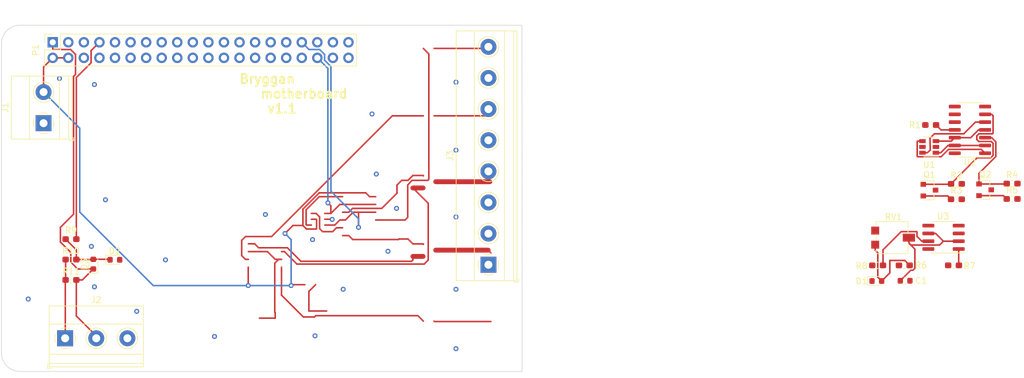
<source format=kicad_pcb>
(kicad_pcb (version 20171130) (host pcbnew 5.1.2-f72e74a~84~ubuntu18.04.1)

  (general
    (thickness 1.6)
    (drawings 19)
    (tracks 295)
    (zones 0)
    (modules 29)
    (nets 69)
  )

  (page A4)
  (layers
    (0 F.Cu signal)
    (31 B.Cu signal)
    (32 B.Adhes user)
    (33 F.Adhes user)
    (34 B.Paste user)
    (35 F.Paste user)
    (36 B.SilkS user)
    (37 F.SilkS user)
    (38 B.Mask user)
    (39 F.Mask user)
    (40 Dwgs.User user hide)
    (41 Cmts.User user)
    (42 Eco1.User user)
    (43 Eco2.User user)
    (44 Edge.Cuts user)
    (45 Margin user)
    (46 B.CrtYd user)
    (47 F.CrtYd user)
    (48 B.Fab user)
    (49 F.Fab user)
  )

  (setup
    (last_trace_width 0.25)
    (user_trace_width 0.01)
    (user_trace_width 0.02)
    (user_trace_width 0.05)
    (user_trace_width 0.1)
    (user_trace_width 0.2)
    (trace_clearance 0.2)
    (zone_clearance 0.3)
    (zone_45_only no)
    (trace_min 0.13)
    (via_size 0.8)
    (via_drill 0.4)
    (via_min_size 0.4)
    (via_min_drill 0.3)
    (uvia_size 0.3)
    (uvia_drill 0.1)
    (uvias_allowed no)
    (uvia_min_size 0.2)
    (uvia_min_drill 0.1)
    (edge_width 0.1)
    (segment_width 0.2)
    (pcb_text_width 0.3)
    (pcb_text_size 1.5 1.5)
    (mod_edge_width 0.15)
    (mod_text_size 1 1)
    (mod_text_width 0.15)
    (pad_size 2.75 2.75)
    (pad_drill 2.75)
    (pad_to_mask_clearance 0)
    (solder_mask_min_width 0.25)
    (aux_axis_origin 0 0)
    (visible_elements 7FFEFFFF)
    (pcbplotparams
      (layerselection 0x010fc_ffffffff)
      (usegerberextensions false)
      (usegerberattributes true)
      (usegerberadvancedattributes false)
      (creategerberjobfile false)
      (excludeedgelayer true)
      (linewidth 0.100000)
      (plotframeref false)
      (viasonmask false)
      (mode 1)
      (useauxorigin false)
      (hpglpennumber 1)
      (hpglpenspeed 20)
      (hpglpendiameter 15.000000)
      (psnegative false)
      (psa4output false)
      (plotreference true)
      (plotvalue true)
      (plotinvisibletext false)
      (padsonsilk false)
      (subtractmaskfromsilk false)
      (outputformat 1)
      (mirror false)
      (drillshape 0)
      (scaleselection 1)
      (outputdirectory "gerber/"))
  )

  (net 0 "")
  (net 1 "Net-(C1-Pad1)")
  (net 2 GND)
  (net 3 "Net-(D1-Pad2)")
  (net 4 "Net-(D2-Pad1)")
  (net 5 +5V)
  (net 6 "Net-(J4-Pad2)")
  (net 7 /Temp_interface/TEMP_GPIO)
  (net 8 /SSR_interface/SSR2_GPIO)
  (net 9 /SSR_interface/SSR1_GPIO)
  (net 10 /SSR_interface/SSR_driver_1/indicator)
  (net 11 /SSR_interface/SSR_driver_1/sig_in)
  (net 12 /SSR_interface/SSR_driver_2/sig_in)
  (net 13 /SSR_interface/SSR_driver_2/indicator)
  (net 14 "Net-(R1-Pad2)")
  (net 15 "Net-(R7-Pad1)")
  (net 16 "Net-(R8-Pad1)")
  (net 17 "Net-(U1-Pad4)")
  (net 18 "Net-(U1-Pad6)")
  (net 19 "Net-(P1-Pad3)")
  (net 20 "Net-(P1-Pad5)")
  (net 21 "Net-(P1-Pad6)")
  (net 22 "Net-(P1-Pad8)")
  (net 23 "Net-(P1-Pad9)")
  (net 24 "Net-(P1-Pad10)")
  (net 25 "Net-(P1-Pad11)")
  (net 26 "Net-(P1-Pad12)")
  (net 27 "Net-(P1-Pad13)")
  (net 28 "Net-(P1-Pad14)")
  (net 29 "Net-(P1-Pad15)")
  (net 30 "Net-(P1-Pad16)")
  (net 31 "Net-(P1-Pad17)")
  (net 32 "Net-(P1-Pad18)")
  (net 33 "Net-(P1-Pad19)")
  (net 34 "Net-(P1-Pad21)")
  (net 35 "Net-(P1-Pad22)")
  (net 36 "Net-(P1-Pad23)")
  (net 37 "Net-(P1-Pad24)")
  (net 38 "Net-(P1-Pad25)")
  (net 39 "Net-(P1-Pad26)")
  (net 40 "Net-(P1-Pad27)")
  (net 41 "Net-(P1-Pad28)")
  (net 42 "Net-(P1-Pad29)")
  (net 43 "Net-(P1-Pad30)")
  (net 44 "Net-(P1-Pad31)")
  (net 45 "Net-(P1-Pad32)")
  (net 46 "Net-(P1-Pad34)")
  (net 47 "Net-(P1-Pad35)")
  (net 48 "Net-(P1-Pad37)")
  (net 49 "Net-(P1-Pad38)")
  (net 50 "Net-(P1-Pad39)")
  (net 51 "Net-(P1-Pad40)")
  (net 52 "Net-(U2-Pad8)")
  (net 53 "Net-(U2-Pad9)")
  (net 54 "Net-(U2-Pad10)")
  (net 55 /TEMP_IN_PWR)
  (net 56 /5V+)
  (net 57 /SSR_in_1_enc)
  (net 58 /TEMP_IN_MEAS)
  (net 59 /SSR_in_2_enc)
  (net 60 /220V_1)
  (net 61 /220V_2)
  (net 62 /220V_3)
  (net 63 /220V_4)
  (net 64 "Net-(J3-Pad7)")
  (net 65 "Net-(J3-Pad8)")
  (net 66 /SSR_interface/error_signal)
  (net 67 /SSR_interface/indicator_1_pi)
  (net 68 /SSR_interface/indicator_2_pi)

  (net_class Default "This is the default net class."
    (clearance 0.2)
    (trace_width 0.25)
    (via_dia 0.8)
    (via_drill 0.4)
    (uvia_dia 0.3)
    (uvia_drill 0.1)
    (add_net +5V)
    (add_net /220V_1)
    (add_net /220V_2)
    (add_net /220V_3)
    (add_net /220V_4)
    (add_net /5V+)
    (add_net /SSR_in_1_enc)
    (add_net /SSR_in_2_enc)
    (add_net /SSR_interface/SSR1_GPIO)
    (add_net /SSR_interface/SSR2_GPIO)
    (add_net /SSR_interface/SSR_driver_1/indicator)
    (add_net /SSR_interface/SSR_driver_1/sig_in)
    (add_net /SSR_interface/SSR_driver_2/indicator)
    (add_net /SSR_interface/SSR_driver_2/sig_in)
    (add_net /SSR_interface/error_signal)
    (add_net /SSR_interface/indicator_1_pi)
    (add_net /SSR_interface/indicator_2_pi)
    (add_net /TEMP_IN_MEAS)
    (add_net /TEMP_IN_PWR)
    (add_net /Temp_interface/TEMP_GPIO)
    (add_net GND)
    (add_net "Net-(C1-Pad1)")
    (add_net "Net-(D1-Pad2)")
    (add_net "Net-(D2-Pad1)")
    (add_net "Net-(J3-Pad7)")
    (add_net "Net-(J3-Pad8)")
    (add_net "Net-(J4-Pad2)")
    (add_net "Net-(P1-Pad10)")
    (add_net "Net-(P1-Pad11)")
    (add_net "Net-(P1-Pad12)")
    (add_net "Net-(P1-Pad13)")
    (add_net "Net-(P1-Pad14)")
    (add_net "Net-(P1-Pad15)")
    (add_net "Net-(P1-Pad16)")
    (add_net "Net-(P1-Pad17)")
    (add_net "Net-(P1-Pad18)")
    (add_net "Net-(P1-Pad19)")
    (add_net "Net-(P1-Pad21)")
    (add_net "Net-(P1-Pad22)")
    (add_net "Net-(P1-Pad23)")
    (add_net "Net-(P1-Pad24)")
    (add_net "Net-(P1-Pad25)")
    (add_net "Net-(P1-Pad26)")
    (add_net "Net-(P1-Pad27)")
    (add_net "Net-(P1-Pad28)")
    (add_net "Net-(P1-Pad29)")
    (add_net "Net-(P1-Pad3)")
    (add_net "Net-(P1-Pad30)")
    (add_net "Net-(P1-Pad31)")
    (add_net "Net-(P1-Pad32)")
    (add_net "Net-(P1-Pad34)")
    (add_net "Net-(P1-Pad35)")
    (add_net "Net-(P1-Pad37)")
    (add_net "Net-(P1-Pad38)")
    (add_net "Net-(P1-Pad39)")
    (add_net "Net-(P1-Pad40)")
    (add_net "Net-(P1-Pad5)")
    (add_net "Net-(P1-Pad6)")
    (add_net "Net-(P1-Pad8)")
    (add_net "Net-(P1-Pad9)")
    (add_net "Net-(R1-Pad2)")
    (add_net "Net-(R7-Pad1)")
    (add_net "Net-(R8-Pad1)")
    (add_net "Net-(U1-Pad4)")
    (add_net "Net-(U1-Pad6)")
    (add_net "Net-(U2-Pad10)")
    (add_net "Net-(U2-Pad8)")
    (add_net "Net-(U2-Pad9)")
  )

  (module Capacitor_SMD:C_0603_1608Metric (layer F.Cu) (tedit 5B301BBE) (tstamp 5D567DF3)
    (at 202.695001 80.215001)
    (descr "Capacitor SMD 0603 (1608 Metric), square (rectangular) end terminal, IPC_7351 nominal, (Body size source: http://www.tortai-tech.com/upload/download/2011102023233369053.pdf), generated with kicad-footprint-generator")
    (tags capacitor)
    (path /5D5AE47C/5C12D07D/5C12D7BC)
    (attr smd)
    (fp_text reference C1 (at 2.604999 -0.015001) (layer F.SilkS)
      (effects (font (size 1 1) (thickness 0.15)))
    )
    (fp_text value C (at 0 1.43) (layer F.Fab)
      (effects (font (size 1 1) (thickness 0.15)))
    )
    (fp_line (start -0.8 0.4) (end -0.8 -0.4) (layer F.Fab) (width 0.1))
    (fp_line (start -0.8 -0.4) (end 0.8 -0.4) (layer F.Fab) (width 0.1))
    (fp_line (start 0.8 -0.4) (end 0.8 0.4) (layer F.Fab) (width 0.1))
    (fp_line (start 0.8 0.4) (end -0.8 0.4) (layer F.Fab) (width 0.1))
    (fp_line (start -0.162779 -0.51) (end 0.162779 -0.51) (layer F.SilkS) (width 0.12))
    (fp_line (start -0.162779 0.51) (end 0.162779 0.51) (layer F.SilkS) (width 0.12))
    (fp_line (start -1.48 0.73) (end -1.48 -0.73) (layer F.CrtYd) (width 0.05))
    (fp_line (start -1.48 -0.73) (end 1.48 -0.73) (layer F.CrtYd) (width 0.05))
    (fp_line (start 1.48 -0.73) (end 1.48 0.73) (layer F.CrtYd) (width 0.05))
    (fp_line (start 1.48 0.73) (end -1.48 0.73) (layer F.CrtYd) (width 0.05))
    (fp_text user %R (at 0 0) (layer F.Fab)
      (effects (font (size 0.4 0.4) (thickness 0.06)))
    )
    (pad 1 smd roundrect (at -0.7875 0) (size 0.875 0.95) (layers F.Cu F.Paste F.Mask) (roundrect_rratio 0.25)
      (net 1 "Net-(C1-Pad1)"))
    (pad 2 smd roundrect (at 0.7875 0) (size 0.875 0.95) (layers F.Cu F.Paste F.Mask) (roundrect_rratio 0.25)
      (net 2 GND))
    (model ${KISYS3DMOD}/Capacitor_SMD.3dshapes/C_0603_1608Metric.wrl
      (at (xyz 0 0 0))
      (scale (xyz 1 1 1))
      (rotate (xyz 0 0 0))
    )
  )

  (module RPi_Hat:RPi_Hat_Mounting_Hole locked (layer F.Cu) (tedit 55217C7B) (tstamp 5515DEA9)
    (at 116.73 42.51)
    (descr "Mounting hole, Befestigungsbohrung, 2,7mm, No Annular, Kein Restring,")
    (tags "Mounting hole, Befestigungsbohrung, 2,7mm, No Annular, Kein Restring,")
    (fp_text reference "" (at 0 -4.0005) (layer F.SilkS) hide
      (effects (font (size 1 1) (thickness 0.15)))
    )
    (fp_text value "" (at 0.09906 3.59918) (layer F.Fab) hide
      (effects (font (size 1 1) (thickness 0.15)))
    )
    (fp_circle (center 0 0) (end 1.375 0) (layer F.Fab) (width 0.15))
    (fp_circle (center 0 0) (end 3.1 0) (layer F.Fab) (width 0.15))
    (fp_circle (center 0 0) (end 3.1 0) (layer B.Fab) (width 0.15))
    (fp_circle (center 0 0) (end 1.375 0) (layer B.Fab) (width 0.15))
    (fp_circle (center 0 0) (end 3.1 0) (layer F.CrtYd) (width 0.15))
    (fp_circle (center 0 0) (end 3.1 0) (layer B.CrtYd) (width 0.15))
    (pad "" np_thru_hole circle (at 0 0) (size 2.75 2.75) (drill 2.75) (layers *.Cu *.Mask)
      (solder_mask_margin 1.725) (clearance 1.725))
  )

  (module RPi_Hat:RPi_Hat_Mounting_Hole locked (layer F.Cu) (tedit 55217CCB) (tstamp 55169DC9)
    (at 116.73 91.51)
    (descr "Mounting hole, Befestigungsbohrung, 2,7mm, No Annular, Kein Restring,")
    (tags "Mounting hole, Befestigungsbohrung, 2,7mm, No Annular, Kein Restring,")
    (fp_text reference "" (at 0 -4.0005) (layer F.SilkS) hide
      (effects (font (size 1 1) (thickness 0.15)))
    )
    (fp_text value "" (at 0.09906 3.59918) (layer F.Fab) hide
      (effects (font (size 1 1) (thickness 0.15)))
    )
    (fp_circle (center 0 0) (end 1.375 0) (layer F.Fab) (width 0.15))
    (fp_circle (center 0 0) (end 3.1 0) (layer F.Fab) (width 0.15))
    (fp_circle (center 0 0) (end 3.1 0) (layer B.Fab) (width 0.15))
    (fp_circle (center 0 0) (end 1.375 0) (layer B.Fab) (width 0.15))
    (fp_circle (center 0 0) (end 3.1 0) (layer F.CrtYd) (width 0.15))
    (fp_circle (center 0 0) (end 3.1 0) (layer B.CrtYd) (width 0.15))
    (pad "" np_thru_hole circle (at 0 0) (size 2.75 2.75) (drill 2.75) (layers *.Cu *.Mask)
      (solder_mask_margin 1.725) (clearance 1.725))
  )

  (module RPi_Hat:RPi_Hat_Mounting_Hole locked (layer F.Cu) (tedit 55217CB9) (tstamp 5515DECC)
    (at 58.73 91.51)
    (descr "Mounting hole, Befestigungsbohrung, 2,7mm, No Annular, Kein Restring,")
    (tags "Mounting hole, Befestigungsbohrung, 2,7mm, No Annular, Kein Restring,")
    (fp_text reference "" (at 0 -4.0005) (layer F.SilkS) hide
      (effects (font (size 1 1) (thickness 0.15)))
    )
    (fp_text value "" (at 0.09906 3.59918) (layer F.Fab) hide
      (effects (font (size 1 1) (thickness 0.15)))
    )
    (fp_circle (center 0 0) (end 1.375 0) (layer F.Fab) (width 0.15))
    (fp_circle (center 0 0) (end 3.1 0) (layer F.Fab) (width 0.15))
    (fp_circle (center 0 0) (end 3.1 0) (layer B.Fab) (width 0.15))
    (fp_circle (center 0 0) (end 1.375 0) (layer B.Fab) (width 0.15))
    (fp_circle (center 0 0) (end 3.1 0) (layer F.CrtYd) (width 0.15))
    (fp_circle (center 0 0) (end 3.1 0) (layer B.CrtYd) (width 0.15))
    (pad "" np_thru_hole circle (at 0 0) (size 2.75 2.75) (drill 2.75) (layers *.Cu *.Mask)
      (solder_mask_margin 1.725) (clearance 1.725))
  )

  (module RPi_Hat:RPi_Hat_Mounting_Hole locked (layer F.Cu) (tedit 55217CA2) (tstamp 5515DEBF)
    (at 58.73 42.51)
    (descr "Mounting hole, Befestigungsbohrung, 2,7mm, No Annular, Kein Restring,")
    (tags "Mounting hole, Befestigungsbohrung, 2,7mm, No Annular, Kein Restring,")
    (fp_text reference "" (at 0 -4.0005) (layer F.SilkS) hide
      (effects (font (size 1 1) (thickness 0.15)))
    )
    (fp_text value "" (at 0.09906 3.59918) (layer F.Fab) hide
      (effects (font (size 1 1) (thickness 0.15)))
    )
    (fp_circle (center 0 0) (end 1.375 0) (layer F.Fab) (width 0.15))
    (fp_circle (center 0 0) (end 3.1 0) (layer F.Fab) (width 0.15))
    (fp_circle (center 0 0) (end 3.1 0) (layer B.Fab) (width 0.15))
    (fp_circle (center 0 0) (end 1.375 0) (layer B.Fab) (width 0.15))
    (fp_circle (center 0 0) (end 3.1 0) (layer F.CrtYd) (width 0.15))
    (fp_circle (center 0 0) (end 3.1 0) (layer B.CrtYd) (width 0.15))
    (pad "" np_thru_hole circle (at 0 0) (size 2.75 2.75) (drill 2.75) (layers *.Cu *.Mask)
      (solder_mask_margin 1.725) (clearance 1.725))
  )

  (module Diode_SMD:D_0603_1608Metric (layer F.Cu) (tedit 5B301BBE) (tstamp 5C417F00)
    (at 73.7375 76.7925)
    (descr "Diode SMD 0603 (1608 Metric), square (rectangular) end terminal, IPC_7351 nominal, (Body size source: http://www.tortai-tech.com/upload/download/2011102023233369053.pdf), generated with kicad-footprint-generator")
    (tags diode)
    (path /5BF6D5FF/5C09A55A)
    (attr smd)
    (fp_text reference D2 (at 0 -1.43) (layer F.SilkS)
      (effects (font (size 1 1) (thickness 0.15)))
    )
    (fp_text value D (at 0 1.43) (layer F.Fab)
      (effects (font (size 1 1) (thickness 0.15)))
    )
    (fp_line (start 0.8 -0.4) (end -0.5 -0.4) (layer F.Fab) (width 0.1))
    (fp_line (start -0.5 -0.4) (end -0.8 -0.1) (layer F.Fab) (width 0.1))
    (fp_line (start -0.8 -0.1) (end -0.8 0.4) (layer F.Fab) (width 0.1))
    (fp_line (start -0.8 0.4) (end 0.8 0.4) (layer F.Fab) (width 0.1))
    (fp_line (start 0.8 0.4) (end 0.8 -0.4) (layer F.Fab) (width 0.1))
    (fp_line (start 0.8 -0.735) (end -1.485 -0.735) (layer F.SilkS) (width 0.12))
    (fp_line (start -1.485 -0.735) (end -1.485 0.735) (layer F.SilkS) (width 0.12))
    (fp_line (start -1.485 0.735) (end 0.8 0.735) (layer F.SilkS) (width 0.12))
    (fp_line (start -1.48 0.73) (end -1.48 -0.73) (layer F.CrtYd) (width 0.05))
    (fp_line (start -1.48 -0.73) (end 1.48 -0.73) (layer F.CrtYd) (width 0.05))
    (fp_line (start 1.48 -0.73) (end 1.48 0.73) (layer F.CrtYd) (width 0.05))
    (fp_line (start 1.48 0.73) (end -1.48 0.73) (layer F.CrtYd) (width 0.05))
    (fp_text user %R (at 0 0) (layer F.Fab)
      (effects (font (size 0.4 0.4) (thickness 0.06)))
    )
    (pad 1 smd roundrect (at -0.7875 0) (size 0.875 0.95) (layers F.Cu F.Paste F.Mask) (roundrect_rratio 0.25)
      (net 4 "Net-(D2-Pad1)"))
    (pad 2 smd roundrect (at 0.7875 0) (size 0.875 0.95) (layers F.Cu F.Paste F.Mask) (roundrect_rratio 0.25)
      (net 2 GND))
    (model ${KISYS3DMOD}/Diode_SMD.3dshapes/D_0603_1608Metric.wrl
      (at (xyz 0 0 0))
      (scale (xyz 1 1 1))
      (rotate (xyz 0 0 0))
    )
  )

  (module Diode_SMD:D_0603_1608Metric (layer F.Cu) (tedit 5B301BBE) (tstamp 5C417F13)
    (at 70.22125 77.5025 90)
    (descr "Diode SMD 0603 (1608 Metric), square (rectangular) end terminal, IPC_7351 nominal, (Body size source: http://www.tortai-tech.com/upload/download/2011102023233369053.pdf), generated with kicad-footprint-generator")
    (tags diode)
    (path /5BF6D5FF/5C099F6B)
    (attr smd)
    (fp_text reference D3 (at 0 -1.43 90) (layer F.SilkS)
      (effects (font (size 1 1) (thickness 0.15)))
    )
    (fp_text value D (at 0 1.43 90) (layer F.Fab)
      (effects (font (size 1 1) (thickness 0.15)))
    )
    (fp_text user %R (at 0 0 90) (layer F.Fab)
      (effects (font (size 0.4 0.4) (thickness 0.06)))
    )
    (fp_line (start 1.48 0.73) (end -1.48 0.73) (layer F.CrtYd) (width 0.05))
    (fp_line (start 1.48 -0.73) (end 1.48 0.73) (layer F.CrtYd) (width 0.05))
    (fp_line (start -1.48 -0.73) (end 1.48 -0.73) (layer F.CrtYd) (width 0.05))
    (fp_line (start -1.48 0.73) (end -1.48 -0.73) (layer F.CrtYd) (width 0.05))
    (fp_line (start -1.485 0.735) (end 0.8 0.735) (layer F.SilkS) (width 0.12))
    (fp_line (start -1.485 -0.735) (end -1.485 0.735) (layer F.SilkS) (width 0.12))
    (fp_line (start 0.8 -0.735) (end -1.485 -0.735) (layer F.SilkS) (width 0.12))
    (fp_line (start 0.8 0.4) (end 0.8 -0.4) (layer F.Fab) (width 0.1))
    (fp_line (start -0.8 0.4) (end 0.8 0.4) (layer F.Fab) (width 0.1))
    (fp_line (start -0.8 -0.1) (end -0.8 0.4) (layer F.Fab) (width 0.1))
    (fp_line (start -0.5 -0.4) (end -0.8 -0.1) (layer F.Fab) (width 0.1))
    (fp_line (start 0.8 -0.4) (end -0.5 -0.4) (layer F.Fab) (width 0.1))
    (pad 2 smd roundrect (at 0.7875 0 90) (size 0.875 0.95) (layers F.Cu F.Paste F.Mask) (roundrect_rratio 0.25)
      (net 4 "Net-(D2-Pad1)"))
    (pad 1 smd roundrect (at -0.7875 0 90) (size 0.875 0.95) (layers F.Cu F.Paste F.Mask) (roundrect_rratio 0.25)
      (net 55 /TEMP_IN_PWR))
    (model ${KISYS3DMOD}/Diode_SMD.3dshapes/D_0603_1608Metric.wrl
      (at (xyz 0 0 0))
      (scale (xyz 1 1 1))
      (rotate (xyz 0 0 0))
    )
  )

  (module TerminalBlock_Phoenix:TerminalBlock_Phoenix_MKDS-1,5-2-5.08_1x02_P5.08mm_Horizontal (layer F.Cu) (tedit 5B294EBC) (tstamp 5C417F3F)
    (at 62.1 54.5 90)
    (descr "Terminal Block Phoenix MKDS-1,5-2-5.08, 2 pins, pitch 5.08mm, size 10.2x9.8mm^2, drill diamater 1.3mm, pad diameter 2.6mm, see http://www.farnell.com/datasheets/100425.pdf, script-generated using https://github.com/pointhi/kicad-footprint-generator/scripts/TerminalBlock_Phoenix")
    (tags "THT Terminal Block Phoenix MKDS-1,5-2-5.08 pitch 5.08mm size 10.2x9.8mm^2 drill 1.3mm pad 2.6mm")
    (path /5C09D68A)
    (fp_text reference J1 (at 2.54 -6.26 90) (layer F.SilkS)
      (effects (font (size 1 1) (thickness 0.15)))
    )
    (fp_text value Conn_01x02_Male (at 2.54 5.66 90) (layer F.Fab)
      (effects (font (size 1 1) (thickness 0.15)))
    )
    (fp_arc (start 0 0) (end 0 1.68) (angle -24) (layer F.SilkS) (width 0.12))
    (fp_arc (start 0 0) (end 1.535 0.684) (angle -48) (layer F.SilkS) (width 0.12))
    (fp_arc (start 0 0) (end 0.684 -1.535) (angle -48) (layer F.SilkS) (width 0.12))
    (fp_arc (start 0 0) (end -1.535 -0.684) (angle -48) (layer F.SilkS) (width 0.12))
    (fp_arc (start 0 0) (end -0.684 1.535) (angle -25) (layer F.SilkS) (width 0.12))
    (fp_circle (center 0 0) (end 1.5 0) (layer F.Fab) (width 0.1))
    (fp_circle (center 5.08 0) (end 6.58 0) (layer F.Fab) (width 0.1))
    (fp_circle (center 5.08 0) (end 6.76 0) (layer F.SilkS) (width 0.12))
    (fp_line (start -2.54 -5.2) (end 7.62 -5.2) (layer F.Fab) (width 0.1))
    (fp_line (start 7.62 -5.2) (end 7.62 4.6) (layer F.Fab) (width 0.1))
    (fp_line (start 7.62 4.6) (end -2.04 4.6) (layer F.Fab) (width 0.1))
    (fp_line (start -2.04 4.6) (end -2.54 4.1) (layer F.Fab) (width 0.1))
    (fp_line (start -2.54 4.1) (end -2.54 -5.2) (layer F.Fab) (width 0.1))
    (fp_line (start -2.54 4.1) (end 7.62 4.1) (layer F.Fab) (width 0.1))
    (fp_line (start -2.6 4.1) (end 7.68 4.1) (layer F.SilkS) (width 0.12))
    (fp_line (start -2.54 2.6) (end 7.62 2.6) (layer F.Fab) (width 0.1))
    (fp_line (start -2.6 2.6) (end 7.68 2.6) (layer F.SilkS) (width 0.12))
    (fp_line (start -2.54 -2.3) (end 7.62 -2.3) (layer F.Fab) (width 0.1))
    (fp_line (start -2.6 -2.301) (end 7.68 -2.301) (layer F.SilkS) (width 0.12))
    (fp_line (start -2.6 -5.261) (end 7.68 -5.261) (layer F.SilkS) (width 0.12))
    (fp_line (start -2.6 4.66) (end 7.68 4.66) (layer F.SilkS) (width 0.12))
    (fp_line (start -2.6 -5.261) (end -2.6 4.66) (layer F.SilkS) (width 0.12))
    (fp_line (start 7.68 -5.261) (end 7.68 4.66) (layer F.SilkS) (width 0.12))
    (fp_line (start 1.138 -0.955) (end -0.955 1.138) (layer F.Fab) (width 0.1))
    (fp_line (start 0.955 -1.138) (end -1.138 0.955) (layer F.Fab) (width 0.1))
    (fp_line (start 6.218 -0.955) (end 4.126 1.138) (layer F.Fab) (width 0.1))
    (fp_line (start 6.035 -1.138) (end 3.943 0.955) (layer F.Fab) (width 0.1))
    (fp_line (start 6.355 -1.069) (end 6.308 -1.023) (layer F.SilkS) (width 0.12))
    (fp_line (start 4.046 1.239) (end 4.011 1.274) (layer F.SilkS) (width 0.12))
    (fp_line (start 6.15 -1.275) (end 6.115 -1.239) (layer F.SilkS) (width 0.12))
    (fp_line (start 3.853 1.023) (end 3.806 1.069) (layer F.SilkS) (width 0.12))
    (fp_line (start -2.84 4.16) (end -2.84 4.9) (layer F.SilkS) (width 0.12))
    (fp_line (start -2.84 4.9) (end -2.34 4.9) (layer F.SilkS) (width 0.12))
    (fp_line (start -3.04 -5.71) (end -3.04 5.1) (layer F.CrtYd) (width 0.05))
    (fp_line (start -3.04 5.1) (end 8.13 5.1) (layer F.CrtYd) (width 0.05))
    (fp_line (start 8.13 5.1) (end 8.13 -5.71) (layer F.CrtYd) (width 0.05))
    (fp_line (start 8.13 -5.71) (end -3.04 -5.71) (layer F.CrtYd) (width 0.05))
    (fp_text user %R (at 2.54 3.2 90) (layer F.Fab)
      (effects (font (size 1 1) (thickness 0.15)))
    )
    (pad 1 thru_hole rect (at 0 0 90) (size 2.6 2.6) (drill 1.3) (layers *.Cu *.Mask)
      (net 2 GND))
    (pad 2 thru_hole circle (at 5.08 0 90) (size 2.6 2.6) (drill 1.3) (layers *.Cu *.Mask)
      (net 56 /5V+))
    (model ${KISYS3DMOD}/TerminalBlock_Phoenix.3dshapes/TerminalBlock_Phoenix_MKDS-1,5-2-5.08_1x02_P5.08mm_Horizontal.wrl
      (at (xyz 0 0 0))
      (scale (xyz 1 1 1))
      (rotate (xyz 0 0 0))
    )
  )

  (module Resistor_SMD:R_0603_1608Metric_Pad1.05x0.95mm_HandSolder (layer F.Cu) (tedit 5B301BBD) (tstamp 5C418113)
    (at 66.575001 73.425001)
    (descr "Resistor SMD 0603 (1608 Metric), square (rectangular) end terminal, IPC_7351 nominal with elongated pad for handsoldering. (Body size source: http://www.tortai-tech.com/upload/download/2011102023233369053.pdf), generated with kicad-footprint-generator")
    (tags "resistor handsolder")
    (path /5BF6D5FF/5C09B3EC)
    (attr smd)
    (fp_text reference R9 (at 0 -1.43) (layer F.SilkS)
      (effects (font (size 1 1) (thickness 0.15)))
    )
    (fp_text value 100 (at 0 1.43) (layer F.Fab)
      (effects (font (size 1 1) (thickness 0.15)))
    )
    (fp_text user %R (at 0 0) (layer F.Fab)
      (effects (font (size 0.4 0.4) (thickness 0.06)))
    )
    (fp_line (start 1.65 0.73) (end -1.65 0.73) (layer F.CrtYd) (width 0.05))
    (fp_line (start 1.65 -0.73) (end 1.65 0.73) (layer F.CrtYd) (width 0.05))
    (fp_line (start -1.65 -0.73) (end 1.65 -0.73) (layer F.CrtYd) (width 0.05))
    (fp_line (start -1.65 0.73) (end -1.65 -0.73) (layer F.CrtYd) (width 0.05))
    (fp_line (start -0.171267 0.51) (end 0.171267 0.51) (layer F.SilkS) (width 0.12))
    (fp_line (start -0.171267 -0.51) (end 0.171267 -0.51) (layer F.SilkS) (width 0.12))
    (fp_line (start 0.8 0.4) (end -0.8 0.4) (layer F.Fab) (width 0.1))
    (fp_line (start 0.8 -0.4) (end 0.8 0.4) (layer F.Fab) (width 0.1))
    (fp_line (start -0.8 -0.4) (end 0.8 -0.4) (layer F.Fab) (width 0.1))
    (fp_line (start -0.8 0.4) (end -0.8 -0.4) (layer F.Fab) (width 0.1))
    (pad 2 smd roundrect (at 0.875 0) (size 1.05 0.95) (layers F.Cu F.Paste F.Mask) (roundrect_rratio 0.25)
      (net 7 /Temp_interface/TEMP_GPIO))
    (pad 1 smd roundrect (at -0.875 0) (size 1.05 0.95) (layers F.Cu F.Paste F.Mask) (roundrect_rratio 0.25)
      (net 4 "Net-(D2-Pad1)"))
    (model ${KISYS3DMOD}/Resistor_SMD.3dshapes/R_0603_1608Metric.wrl
      (at (xyz 0 0 0))
      (scale (xyz 1 1 1))
      (rotate (xyz 0 0 0))
    )
  )

  (module Resistor_SMD:R_0603_1608Metric_Pad1.05x0.95mm_HandSolder (layer F.Cu) (tedit 5B301BBD) (tstamp 5C418124)
    (at 66.575001 76.7525)
    (descr "Resistor SMD 0603 (1608 Metric), square (rectangular) end terminal, IPC_7351 nominal with elongated pad for handsoldering. (Body size source: http://www.tortai-tech.com/upload/download/2011102023233369053.pdf), generated with kicad-footprint-generator")
    (tags "resistor handsolder")
    (path /5BF6D5FF/5C09B4B7)
    (attr smd)
    (fp_text reference R10 (at 0 -1.43) (layer F.SilkS)
      (effects (font (size 1 1) (thickness 0.15)))
    )
    (fp_text value 100 (at 0 1.43) (layer F.Fab)
      (effects (font (size 1 1) (thickness 0.15)))
    )
    (fp_line (start -0.8 0.4) (end -0.8 -0.4) (layer F.Fab) (width 0.1))
    (fp_line (start -0.8 -0.4) (end 0.8 -0.4) (layer F.Fab) (width 0.1))
    (fp_line (start 0.8 -0.4) (end 0.8 0.4) (layer F.Fab) (width 0.1))
    (fp_line (start 0.8 0.4) (end -0.8 0.4) (layer F.Fab) (width 0.1))
    (fp_line (start -0.171267 -0.51) (end 0.171267 -0.51) (layer F.SilkS) (width 0.12))
    (fp_line (start -0.171267 0.51) (end 0.171267 0.51) (layer F.SilkS) (width 0.12))
    (fp_line (start -1.65 0.73) (end -1.65 -0.73) (layer F.CrtYd) (width 0.05))
    (fp_line (start -1.65 -0.73) (end 1.65 -0.73) (layer F.CrtYd) (width 0.05))
    (fp_line (start 1.65 -0.73) (end 1.65 0.73) (layer F.CrtYd) (width 0.05))
    (fp_line (start 1.65 0.73) (end -1.65 0.73) (layer F.CrtYd) (width 0.05))
    (fp_text user %R (at 0 0) (layer F.Fab)
      (effects (font (size 0.4 0.4) (thickness 0.06)))
    )
    (pad 1 smd roundrect (at -0.875 0) (size 1.05 0.95) (layers F.Cu F.Paste F.Mask) (roundrect_rratio 0.25)
      (net 58 /TEMP_IN_MEAS))
    (pad 2 smd roundrect (at 0.875 0) (size 1.05 0.95) (layers F.Cu F.Paste F.Mask) (roundrect_rratio 0.25)
      (net 4 "Net-(D2-Pad1)"))
    (model ${KISYS3DMOD}/Resistor_SMD.3dshapes/R_0603_1608Metric.wrl
      (at (xyz 0 0 0))
      (scale (xyz 1 1 1))
      (rotate (xyz 0 0 0))
    )
  )

  (module Resistor_SMD:R_0603_1608Metric_Pad1.05x0.95mm_HandSolder (layer F.Cu) (tedit 5B301BBD) (tstamp 5CB068CD)
    (at 66.575001 80.08 180)
    (descr "Resistor SMD 0603 (1608 Metric), square (rectangular) end terminal, IPC_7351 nominal with elongated pad for handsoldering. (Body size source: http://www.tortai-tech.com/upload/download/2011102023233369053.pdf), generated with kicad-footprint-generator")
    (tags "resistor handsolder")
    (path /5BF6D5FF/5BF6D983)
    (attr smd)
    (fp_text reference R11 (at -0.029999 1.385 180) (layer F.SilkS)
      (effects (font (size 1 1) (thickness 0.15)))
    )
    (fp_text value 4.7k (at -0.004999 -1.48 180) (layer F.Fab)
      (effects (font (size 1 1) (thickness 0.15)))
    )
    (fp_line (start -0.8 0.4) (end -0.8 -0.4) (layer F.Fab) (width 0.1))
    (fp_line (start -0.8 -0.4) (end 0.8 -0.4) (layer F.Fab) (width 0.1))
    (fp_line (start 0.8 -0.4) (end 0.8 0.4) (layer F.Fab) (width 0.1))
    (fp_line (start 0.8 0.4) (end -0.8 0.4) (layer F.Fab) (width 0.1))
    (fp_line (start -0.171267 -0.51) (end 0.171267 -0.51) (layer F.SilkS) (width 0.12))
    (fp_line (start -0.171267 0.51) (end 0.171267 0.51) (layer F.SilkS) (width 0.12))
    (fp_line (start -1.65 0.73) (end -1.65 -0.73) (layer F.CrtYd) (width 0.05))
    (fp_line (start -1.65 -0.73) (end 1.65 -0.73) (layer F.CrtYd) (width 0.05))
    (fp_line (start 1.65 -0.73) (end 1.65 0.73) (layer F.CrtYd) (width 0.05))
    (fp_line (start 1.65 0.73) (end -1.65 0.73) (layer F.CrtYd) (width 0.05))
    (fp_text user %R (at 0 0 180) (layer F.Fab)
      (effects (font (size 0.4 0.4) (thickness 0.06)))
    )
    (pad 1 smd roundrect (at -0.875 0 180) (size 1.05 0.95) (layers F.Cu F.Paste F.Mask) (roundrect_rratio 0.25)
      (net 55 /TEMP_IN_PWR))
    (pad 2 smd roundrect (at 0.875 0 180) (size 1.05 0.95) (layers F.Cu F.Paste F.Mask) (roundrect_rratio 0.25)
      (net 58 /TEMP_IN_MEAS))
    (model ${KISYS3DMOD}/Resistor_SMD.3dshapes/R_0603_1608Metric.wrl
      (at (xyz 0 0 0))
      (scale (xyz 1 1 1))
      (rotate (xyz 0 0 0))
    )
  )

  (module Connector_PinSocket_2.54mm:PinSocket_2x20_P2.54mm_Vertical locked (layer F.Cu) (tedit 5A19A433) (tstamp 5C9EA9F9)
    (at 63.6 41.3 90)
    (descr "Through hole straight socket strip, 2x20, 2.54mm pitch, double cols (from Kicad 4.0.7), script generated")
    (tags "Through hole socket strip THT 2x20 2.54mm double row")
    (path /54E92361)
    (fp_text reference P1 (at -1.27 -2.77 90) (layer F.SilkS)
      (effects (font (size 1 1) (thickness 0.15)))
    )
    (fp_text value Raspberry_Pi_+_Conn (at -1.27 51.03 90) (layer F.Fab)
      (effects (font (size 1 1) (thickness 0.15)))
    )
    (fp_line (start -3.81 -1.27) (end 0.27 -1.27) (layer F.Fab) (width 0.1))
    (fp_line (start 0.27 -1.27) (end 1.27 -0.27) (layer F.Fab) (width 0.1))
    (fp_line (start 1.27 -0.27) (end 1.27 49.53) (layer F.Fab) (width 0.1))
    (fp_line (start 1.27 49.53) (end -3.81 49.53) (layer F.Fab) (width 0.1))
    (fp_line (start -3.81 49.53) (end -3.81 -1.27) (layer F.Fab) (width 0.1))
    (fp_line (start -3.87 -1.33) (end -1.27 -1.33) (layer F.SilkS) (width 0.12))
    (fp_line (start -3.87 -1.33) (end -3.87 49.59) (layer F.SilkS) (width 0.12))
    (fp_line (start -3.87 49.59) (end 1.33 49.59) (layer F.SilkS) (width 0.12))
    (fp_line (start 1.33 1.27) (end 1.33 49.59) (layer F.SilkS) (width 0.12))
    (fp_line (start -1.27 1.27) (end 1.33 1.27) (layer F.SilkS) (width 0.12))
    (fp_line (start -1.27 -1.33) (end -1.27 1.27) (layer F.SilkS) (width 0.12))
    (fp_line (start 1.33 -1.33) (end 1.33 0) (layer F.SilkS) (width 0.12))
    (fp_line (start 0 -1.33) (end 1.33 -1.33) (layer F.SilkS) (width 0.12))
    (fp_line (start -4.34 -1.8) (end 1.76 -1.8) (layer F.CrtYd) (width 0.05))
    (fp_line (start 1.76 -1.8) (end 1.76 50) (layer F.CrtYd) (width 0.05))
    (fp_line (start 1.76 50) (end -4.34 50) (layer F.CrtYd) (width 0.05))
    (fp_line (start -4.34 50) (end -4.34 -1.8) (layer F.CrtYd) (width 0.05))
    (fp_text user %R (at -1.27 24.13 180) (layer F.Fab)
      (effects (font (size 1 1) (thickness 0.15)))
    )
    (pad 1 thru_hole rect (at 0 0 90) (size 1.7 1.7) (drill 1) (layers *.Cu *.Mask)
      (net 55 /TEMP_IN_PWR))
    (pad 2 thru_hole oval (at -2.54 0 90) (size 1.7 1.7) (drill 1) (layers *.Cu *.Mask)
      (net 56 /5V+))
    (pad 3 thru_hole oval (at 0 2.54 90) (size 1.7 1.7) (drill 1) (layers *.Cu *.Mask)
      (net 19 "Net-(P1-Pad3)"))
    (pad 4 thru_hole oval (at -2.54 2.54 90) (size 1.7 1.7) (drill 1) (layers *.Cu *.Mask)
      (net 56 /5V+))
    (pad 5 thru_hole oval (at 0 5.08 90) (size 1.7 1.7) (drill 1) (layers *.Cu *.Mask)
      (net 20 "Net-(P1-Pad5)"))
    (pad 6 thru_hole oval (at -2.54 5.08 90) (size 1.7 1.7) (drill 1) (layers *.Cu *.Mask)
      (net 21 "Net-(P1-Pad6)"))
    (pad 7 thru_hole oval (at 0 7.62 90) (size 1.7 1.7) (drill 1) (layers *.Cu *.Mask)
      (net 7 /Temp_interface/TEMP_GPIO))
    (pad 8 thru_hole oval (at -2.54 7.62 90) (size 1.7 1.7) (drill 1) (layers *.Cu *.Mask)
      (net 22 "Net-(P1-Pad8)"))
    (pad 9 thru_hole oval (at 0 10.16 90) (size 1.7 1.7) (drill 1) (layers *.Cu *.Mask)
      (net 23 "Net-(P1-Pad9)"))
    (pad 10 thru_hole oval (at -2.54 10.16 90) (size 1.7 1.7) (drill 1) (layers *.Cu *.Mask)
      (net 24 "Net-(P1-Pad10)"))
    (pad 11 thru_hole oval (at 0 12.7 90) (size 1.7 1.7) (drill 1) (layers *.Cu *.Mask)
      (net 25 "Net-(P1-Pad11)"))
    (pad 12 thru_hole oval (at -2.54 12.7 90) (size 1.7 1.7) (drill 1) (layers *.Cu *.Mask)
      (net 26 "Net-(P1-Pad12)"))
    (pad 13 thru_hole oval (at 0 15.24 90) (size 1.7 1.7) (drill 1) (layers *.Cu *.Mask)
      (net 27 "Net-(P1-Pad13)"))
    (pad 14 thru_hole oval (at -2.54 15.24 90) (size 1.7 1.7) (drill 1) (layers *.Cu *.Mask)
      (net 28 "Net-(P1-Pad14)"))
    (pad 15 thru_hole oval (at 0 17.78 90) (size 1.7 1.7) (drill 1) (layers *.Cu *.Mask)
      (net 29 "Net-(P1-Pad15)"))
    (pad 16 thru_hole oval (at -2.54 17.78 90) (size 1.7 1.7) (drill 1) (layers *.Cu *.Mask)
      (net 30 "Net-(P1-Pad16)"))
    (pad 17 thru_hole oval (at 0 20.32 90) (size 1.7 1.7) (drill 1) (layers *.Cu *.Mask)
      (net 31 "Net-(P1-Pad17)"))
    (pad 18 thru_hole oval (at -2.54 20.32 90) (size 1.7 1.7) (drill 1) (layers *.Cu *.Mask)
      (net 32 "Net-(P1-Pad18)"))
    (pad 19 thru_hole oval (at 0 22.86 90) (size 1.7 1.7) (drill 1) (layers *.Cu *.Mask)
      (net 33 "Net-(P1-Pad19)"))
    (pad 20 thru_hole oval (at -2.54 22.86 90) (size 1.7 1.7) (drill 1) (layers *.Cu *.Mask)
      (net 2 GND))
    (pad 21 thru_hole oval (at 0 25.4 90) (size 1.7 1.7) (drill 1) (layers *.Cu *.Mask)
      (net 34 "Net-(P1-Pad21)"))
    (pad 22 thru_hole oval (at -2.54 25.4 90) (size 1.7 1.7) (drill 1) (layers *.Cu *.Mask)
      (net 35 "Net-(P1-Pad22)"))
    (pad 23 thru_hole oval (at 0 27.94 90) (size 1.7 1.7) (drill 1) (layers *.Cu *.Mask)
      (net 36 "Net-(P1-Pad23)"))
    (pad 24 thru_hole oval (at -2.54 27.94 90) (size 1.7 1.7) (drill 1) (layers *.Cu *.Mask)
      (net 37 "Net-(P1-Pad24)"))
    (pad 25 thru_hole oval (at 0 30.48 90) (size 1.7 1.7) (drill 1) (layers *.Cu *.Mask)
      (net 38 "Net-(P1-Pad25)"))
    (pad 26 thru_hole oval (at -2.54 30.48 90) (size 1.7 1.7) (drill 1) (layers *.Cu *.Mask)
      (net 39 "Net-(P1-Pad26)"))
    (pad 27 thru_hole oval (at 0 33.02 90) (size 1.7 1.7) (drill 1) (layers *.Cu *.Mask)
      (net 40 "Net-(P1-Pad27)"))
    (pad 28 thru_hole oval (at -2.54 33.02 90) (size 1.7 1.7) (drill 1) (layers *.Cu *.Mask)
      (net 41 "Net-(P1-Pad28)"))
    (pad 29 thru_hole oval (at 0 35.56 90) (size 1.7 1.7) (drill 1) (layers *.Cu *.Mask)
      (net 42 "Net-(P1-Pad29)"))
    (pad 30 thru_hole oval (at -2.54 35.56 90) (size 1.7 1.7) (drill 1) (layers *.Cu *.Mask)
      (net 43 "Net-(P1-Pad30)"))
    (pad 31 thru_hole oval (at 0 38.1 90) (size 1.7 1.7) (drill 1) (layers *.Cu *.Mask)
      (net 44 "Net-(P1-Pad31)"))
    (pad 32 thru_hole oval (at -2.54 38.1 90) (size 1.7 1.7) (drill 1) (layers *.Cu *.Mask)
      (net 45 "Net-(P1-Pad32)"))
    (pad 33 thru_hole oval (at 0 40.64 90) (size 1.7 1.7) (drill 1) (layers *.Cu *.Mask)
      (net 8 /SSR_interface/SSR2_GPIO))
    (pad 34 thru_hole oval (at -2.54 40.64 90) (size 1.7 1.7) (drill 1) (layers *.Cu *.Mask)
      (net 46 "Net-(P1-Pad34)"))
    (pad 35 thru_hole oval (at 0 43.18 90) (size 1.7 1.7) (drill 1) (layers *.Cu *.Mask)
      (net 47 "Net-(P1-Pad35)"))
    (pad 36 thru_hole oval (at -2.54 43.18 90) (size 1.7 1.7) (drill 1) (layers *.Cu *.Mask)
      (net 9 /SSR_interface/SSR1_GPIO))
    (pad 37 thru_hole oval (at 0 45.72 90) (size 1.7 1.7) (drill 1) (layers *.Cu *.Mask)
      (net 48 "Net-(P1-Pad37)"))
    (pad 38 thru_hole oval (at -2.54 45.72 90) (size 1.7 1.7) (drill 1) (layers *.Cu *.Mask)
      (net 49 "Net-(P1-Pad38)"))
    (pad 39 thru_hole oval (at 0 48.26 90) (size 1.7 1.7) (drill 1) (layers *.Cu *.Mask)
      (net 50 "Net-(P1-Pad39)"))
    (pad 40 thru_hole oval (at -2.54 48.26 90) (size 1.7 1.7) (drill 1) (layers *.Cu *.Mask)
      (net 51 "Net-(P1-Pad40)"))
    (model ${KISYS3DMOD}/Connector_PinSocket_2.54mm.3dshapes/PinSocket_2x20_P2.54mm_Vertical.wrl
      (at (xyz 0 0 0))
      (scale (xyz 1 1 1))
      (rotate (xyz 0 0 0))
    )
  )

  (module Diode_SMD:D_0603_1608Metric (layer F.Cu) (tedit 5B301BBE) (tstamp 5D567E06)
    (at 198.085001 80.255001)
    (descr "Diode SMD 0603 (1608 Metric), square (rectangular) end terminal, IPC_7351 nominal, (Body size source: http://www.tortai-tech.com/upload/download/2011102023233369053.pdf), generated with kicad-footprint-generator")
    (tags diode)
    (path /5D5AE47C/5C12D07D/5C12D7C9)
    (attr smd)
    (fp_text reference D1 (at -2.485001 0.044999) (layer F.SilkS)
      (effects (font (size 1 1) (thickness 0.15)))
    )
    (fp_text value d (at 0 1.43) (layer F.Fab)
      (effects (font (size 1 1) (thickness 0.15)))
    )
    (fp_line (start 0.8 -0.4) (end -0.5 -0.4) (layer F.Fab) (width 0.1))
    (fp_line (start -0.5 -0.4) (end -0.8 -0.1) (layer F.Fab) (width 0.1))
    (fp_line (start -0.8 -0.1) (end -0.8 0.4) (layer F.Fab) (width 0.1))
    (fp_line (start -0.8 0.4) (end 0.8 0.4) (layer F.Fab) (width 0.1))
    (fp_line (start 0.8 0.4) (end 0.8 -0.4) (layer F.Fab) (width 0.1))
    (fp_line (start 0.8 -0.735) (end -1.485 -0.735) (layer F.SilkS) (width 0.12))
    (fp_line (start -1.485 -0.735) (end -1.485 0.735) (layer F.SilkS) (width 0.12))
    (fp_line (start -1.485 0.735) (end 0.8 0.735) (layer F.SilkS) (width 0.12))
    (fp_line (start -1.48 0.73) (end -1.48 -0.73) (layer F.CrtYd) (width 0.05))
    (fp_line (start -1.48 -0.73) (end 1.48 -0.73) (layer F.CrtYd) (width 0.05))
    (fp_line (start 1.48 -0.73) (end 1.48 0.73) (layer F.CrtYd) (width 0.05))
    (fp_line (start 1.48 0.73) (end -1.48 0.73) (layer F.CrtYd) (width 0.05))
    (fp_text user %R (at 0 0) (layer F.Fab)
      (effects (font (size 0.4 0.4) (thickness 0.06)))
    )
    (pad 1 smd roundrect (at -0.7875 0) (size 0.875 0.95) (layers F.Cu F.Paste F.Mask) (roundrect_rratio 0.25)
      (net 2 GND))
    (pad 2 smd roundrect (at 0.7875 0) (size 0.875 0.95) (layers F.Cu F.Paste F.Mask) (roundrect_rratio 0.25)
      (net 3 "Net-(D1-Pad2)"))
    (model ${KISYS3DMOD}/Diode_SMD.3dshapes/D_0603_1608Metric.wrl
      (at (xyz 0 0 0))
      (scale (xyz 1 1 1))
      (rotate (xyz 0 0 0))
    )
  )

  (module TerminalBlock_Phoenix:TerminalBlock_Phoenix_MKDS-1,5-3-5.08_1x03_P5.08mm_Horizontal (layer F.Cu) (tedit 5B294EBC) (tstamp 5D567E3B)
    (at 65.62 89.6)
    (descr "Terminal Block Phoenix MKDS-1,5-3-5.08, 3 pins, pitch 5.08mm, size 15.2x9.8mm^2, drill diamater 1.3mm, pad diameter 2.6mm, see http://www.farnell.com/datasheets/100425.pdf, script-generated using https://github.com/pointhi/kicad-footprint-generator/scripts/TerminalBlock_Phoenix")
    (tags "THT Terminal Block Phoenix MKDS-1,5-3-5.08 pitch 5.08mm size 15.2x9.8mm^2 drill 1.3mm pad 2.6mm")
    (path /5D565F3E)
    (fp_text reference J2 (at 5.08 -6.26) (layer F.SilkS)
      (effects (font (size 1 1) (thickness 0.15)))
    )
    (fp_text value Temp_connector (at 5.08 5.66) (layer F.Fab)
      (effects (font (size 1 1) (thickness 0.15)))
    )
    (fp_arc (start 0 0) (end 0 1.68) (angle -24) (layer F.SilkS) (width 0.12))
    (fp_arc (start 0 0) (end 1.535 0.684) (angle -48) (layer F.SilkS) (width 0.12))
    (fp_arc (start 0 0) (end 0.684 -1.535) (angle -48) (layer F.SilkS) (width 0.12))
    (fp_arc (start 0 0) (end -1.535 -0.684) (angle -48) (layer F.SilkS) (width 0.12))
    (fp_arc (start 0 0) (end -0.684 1.535) (angle -25) (layer F.SilkS) (width 0.12))
    (fp_circle (center 0 0) (end 1.5 0) (layer F.Fab) (width 0.1))
    (fp_circle (center 5.08 0) (end 6.58 0) (layer F.Fab) (width 0.1))
    (fp_circle (center 5.08 0) (end 6.76 0) (layer F.SilkS) (width 0.12))
    (fp_circle (center 10.16 0) (end 11.66 0) (layer F.Fab) (width 0.1))
    (fp_circle (center 10.16 0) (end 11.84 0) (layer F.SilkS) (width 0.12))
    (fp_line (start -2.54 -5.2) (end 12.7 -5.2) (layer F.Fab) (width 0.1))
    (fp_line (start 12.7 -5.2) (end 12.7 4.6) (layer F.Fab) (width 0.1))
    (fp_line (start 12.7 4.6) (end -2.04 4.6) (layer F.Fab) (width 0.1))
    (fp_line (start -2.04 4.6) (end -2.54 4.1) (layer F.Fab) (width 0.1))
    (fp_line (start -2.54 4.1) (end -2.54 -5.2) (layer F.Fab) (width 0.1))
    (fp_line (start -2.54 4.1) (end 12.7 4.1) (layer F.Fab) (width 0.1))
    (fp_line (start -2.6 4.1) (end 12.76 4.1) (layer F.SilkS) (width 0.12))
    (fp_line (start -2.54 2.6) (end 12.7 2.6) (layer F.Fab) (width 0.1))
    (fp_line (start -2.6 2.6) (end 12.76 2.6) (layer F.SilkS) (width 0.12))
    (fp_line (start -2.54 -2.3) (end 12.7 -2.3) (layer F.Fab) (width 0.1))
    (fp_line (start -2.6 -2.301) (end 12.76 -2.301) (layer F.SilkS) (width 0.12))
    (fp_line (start -2.6 -5.261) (end 12.76 -5.261) (layer F.SilkS) (width 0.12))
    (fp_line (start -2.6 4.66) (end 12.76 4.66) (layer F.SilkS) (width 0.12))
    (fp_line (start -2.6 -5.261) (end -2.6 4.66) (layer F.SilkS) (width 0.12))
    (fp_line (start 12.76 -5.261) (end 12.76 4.66) (layer F.SilkS) (width 0.12))
    (fp_line (start 1.138 -0.955) (end -0.955 1.138) (layer F.Fab) (width 0.1))
    (fp_line (start 0.955 -1.138) (end -1.138 0.955) (layer F.Fab) (width 0.1))
    (fp_line (start 6.218 -0.955) (end 4.126 1.138) (layer F.Fab) (width 0.1))
    (fp_line (start 6.035 -1.138) (end 3.943 0.955) (layer F.Fab) (width 0.1))
    (fp_line (start 6.355 -1.069) (end 6.308 -1.023) (layer F.SilkS) (width 0.12))
    (fp_line (start 4.046 1.239) (end 4.011 1.274) (layer F.SilkS) (width 0.12))
    (fp_line (start 6.15 -1.275) (end 6.115 -1.239) (layer F.SilkS) (width 0.12))
    (fp_line (start 3.853 1.023) (end 3.806 1.069) (layer F.SilkS) (width 0.12))
    (fp_line (start 11.298 -0.955) (end 9.206 1.138) (layer F.Fab) (width 0.1))
    (fp_line (start 11.115 -1.138) (end 9.023 0.955) (layer F.Fab) (width 0.1))
    (fp_line (start 11.435 -1.069) (end 11.388 -1.023) (layer F.SilkS) (width 0.12))
    (fp_line (start 9.126 1.239) (end 9.091 1.274) (layer F.SilkS) (width 0.12))
    (fp_line (start 11.23 -1.275) (end 11.195 -1.239) (layer F.SilkS) (width 0.12))
    (fp_line (start 8.933 1.023) (end 8.886 1.069) (layer F.SilkS) (width 0.12))
    (fp_line (start -2.84 4.16) (end -2.84 4.9) (layer F.SilkS) (width 0.12))
    (fp_line (start -2.84 4.9) (end -2.34 4.9) (layer F.SilkS) (width 0.12))
    (fp_line (start -3.04 -5.71) (end -3.04 5.1) (layer F.CrtYd) (width 0.05))
    (fp_line (start -3.04 5.1) (end 13.21 5.1) (layer F.CrtYd) (width 0.05))
    (fp_line (start 13.21 5.1) (end 13.21 -5.71) (layer F.CrtYd) (width 0.05))
    (fp_line (start 13.21 -5.71) (end -3.04 -5.71) (layer F.CrtYd) (width 0.05))
    (fp_text user %R (at 5.08 3.2) (layer F.Fab)
      (effects (font (size 1 1) (thickness 0.15)))
    )
    (pad 1 thru_hole rect (at 0 0) (size 2.6 2.6) (drill 1.3) (layers *.Cu *.Mask)
      (net 58 /TEMP_IN_MEAS))
    (pad 2 thru_hole circle (at 5.08 0) (size 2.6 2.6) (drill 1.3) (layers *.Cu *.Mask)
      (net 55 /TEMP_IN_PWR))
    (pad 3 thru_hole circle (at 10.16 0) (size 2.6 2.6) (drill 1.3) (layers *.Cu *.Mask)
      (net 2 GND))
    (model ${KISYS3DMOD}/TerminalBlock_Phoenix.3dshapes/TerminalBlock_Phoenix_MKDS-1,5-3-5.08_1x03_P5.08mm_Horizontal.wrl
      (at (xyz 0 0 0))
      (scale (xyz 1 1 1))
      (rotate (xyz 0 0 0))
    )
  )

  (module TerminalBlock_Phoenix:TerminalBlock_Phoenix_MKDS-1,5-8-5.08_1x08_P5.08mm_Horizontal (layer F.Cu) (tedit 5B294EC0) (tstamp 5D567E9D)
    (at 134.7 77.6 90)
    (descr "Terminal Block Phoenix MKDS-1,5-8-5.08, 8 pins, pitch 5.08mm, size 40.6x9.8mm^2, drill diamater 1.3mm, pad diameter 2.6mm, see http://www.farnell.com/datasheets/100425.pdf, script-generated using https://github.com/pointhi/kicad-footprint-generator/scripts/TerminalBlock_Phoenix")
    (tags "THT Terminal Block Phoenix MKDS-1,5-8-5.08 pitch 5.08mm size 40.6x9.8mm^2 drill 1.3mm pad 2.6mm")
    (path /5D5682CF)
    (fp_text reference J3 (at 17.78 -6.26 90) (layer F.SilkS)
      (effects (font (size 1 1) (thickness 0.15)))
    )
    (fp_text value 24V_connector (at 17.78 5.66 90) (layer F.Fab)
      (effects (font (size 1 1) (thickness 0.15)))
    )
    (fp_arc (start 0 0) (end 0 1.68) (angle -24) (layer F.SilkS) (width 0.12))
    (fp_arc (start 0 0) (end 1.535 0.684) (angle -48) (layer F.SilkS) (width 0.12))
    (fp_arc (start 0 0) (end 0.684 -1.535) (angle -48) (layer F.SilkS) (width 0.12))
    (fp_arc (start 0 0) (end -1.535 -0.684) (angle -48) (layer F.SilkS) (width 0.12))
    (fp_arc (start 0 0) (end -0.684 1.535) (angle -25) (layer F.SilkS) (width 0.12))
    (fp_circle (center 0 0) (end 1.5 0) (layer F.Fab) (width 0.1))
    (fp_circle (center 5.08 0) (end 6.58 0) (layer F.Fab) (width 0.1))
    (fp_circle (center 5.08 0) (end 6.76 0) (layer F.SilkS) (width 0.12))
    (fp_circle (center 10.16 0) (end 11.66 0) (layer F.Fab) (width 0.1))
    (fp_circle (center 10.16 0) (end 11.84 0) (layer F.SilkS) (width 0.12))
    (fp_circle (center 15.24 0) (end 16.74 0) (layer F.Fab) (width 0.1))
    (fp_circle (center 15.24 0) (end 16.92 0) (layer F.SilkS) (width 0.12))
    (fp_circle (center 20.32 0) (end 21.82 0) (layer F.Fab) (width 0.1))
    (fp_circle (center 20.32 0) (end 22 0) (layer F.SilkS) (width 0.12))
    (fp_circle (center 25.4 0) (end 26.9 0) (layer F.Fab) (width 0.1))
    (fp_circle (center 25.4 0) (end 27.08 0) (layer F.SilkS) (width 0.12))
    (fp_circle (center 30.48 0) (end 31.98 0) (layer F.Fab) (width 0.1))
    (fp_circle (center 30.48 0) (end 32.16 0) (layer F.SilkS) (width 0.12))
    (fp_circle (center 35.56 0) (end 37.06 0) (layer F.Fab) (width 0.1))
    (fp_circle (center 35.56 0) (end 37.24 0) (layer F.SilkS) (width 0.12))
    (fp_line (start -2.54 -5.2) (end 38.1 -5.2) (layer F.Fab) (width 0.1))
    (fp_line (start 38.1 -5.2) (end 38.1 4.6) (layer F.Fab) (width 0.1))
    (fp_line (start 38.1 4.6) (end -2.04 4.6) (layer F.Fab) (width 0.1))
    (fp_line (start -2.04 4.6) (end -2.54 4.1) (layer F.Fab) (width 0.1))
    (fp_line (start -2.54 4.1) (end -2.54 -5.2) (layer F.Fab) (width 0.1))
    (fp_line (start -2.54 4.1) (end 38.1 4.1) (layer F.Fab) (width 0.1))
    (fp_line (start -2.6 4.1) (end 38.16 4.1) (layer F.SilkS) (width 0.12))
    (fp_line (start -2.54 2.6) (end 38.1 2.6) (layer F.Fab) (width 0.1))
    (fp_line (start -2.6 2.6) (end 38.16 2.6) (layer F.SilkS) (width 0.12))
    (fp_line (start -2.54 -2.3) (end 38.1 -2.3) (layer F.Fab) (width 0.1))
    (fp_line (start -2.6 -2.301) (end 38.16 -2.301) (layer F.SilkS) (width 0.12))
    (fp_line (start -2.6 -5.261) (end 38.16 -5.261) (layer F.SilkS) (width 0.12))
    (fp_line (start -2.6 4.66) (end 38.16 4.66) (layer F.SilkS) (width 0.12))
    (fp_line (start -2.6 -5.261) (end -2.6 4.66) (layer F.SilkS) (width 0.12))
    (fp_line (start 38.16 -5.261) (end 38.16 4.66) (layer F.SilkS) (width 0.12))
    (fp_line (start 1.138 -0.955) (end -0.955 1.138) (layer F.Fab) (width 0.1))
    (fp_line (start 0.955 -1.138) (end -1.138 0.955) (layer F.Fab) (width 0.1))
    (fp_line (start 6.218 -0.955) (end 4.126 1.138) (layer F.Fab) (width 0.1))
    (fp_line (start 6.035 -1.138) (end 3.943 0.955) (layer F.Fab) (width 0.1))
    (fp_line (start 6.355 -1.069) (end 6.308 -1.023) (layer F.SilkS) (width 0.12))
    (fp_line (start 4.046 1.239) (end 4.011 1.274) (layer F.SilkS) (width 0.12))
    (fp_line (start 6.15 -1.275) (end 6.115 -1.239) (layer F.SilkS) (width 0.12))
    (fp_line (start 3.853 1.023) (end 3.806 1.069) (layer F.SilkS) (width 0.12))
    (fp_line (start 11.298 -0.955) (end 9.206 1.138) (layer F.Fab) (width 0.1))
    (fp_line (start 11.115 -1.138) (end 9.023 0.955) (layer F.Fab) (width 0.1))
    (fp_line (start 11.435 -1.069) (end 11.388 -1.023) (layer F.SilkS) (width 0.12))
    (fp_line (start 9.126 1.239) (end 9.091 1.274) (layer F.SilkS) (width 0.12))
    (fp_line (start 11.23 -1.275) (end 11.195 -1.239) (layer F.SilkS) (width 0.12))
    (fp_line (start 8.933 1.023) (end 8.886 1.069) (layer F.SilkS) (width 0.12))
    (fp_line (start 16.378 -0.955) (end 14.286 1.138) (layer F.Fab) (width 0.1))
    (fp_line (start 16.195 -1.138) (end 14.103 0.955) (layer F.Fab) (width 0.1))
    (fp_line (start 16.515 -1.069) (end 16.468 -1.023) (layer F.SilkS) (width 0.12))
    (fp_line (start 14.206 1.239) (end 14.171 1.274) (layer F.SilkS) (width 0.12))
    (fp_line (start 16.31 -1.275) (end 16.275 -1.239) (layer F.SilkS) (width 0.12))
    (fp_line (start 14.013 1.023) (end 13.966 1.069) (layer F.SilkS) (width 0.12))
    (fp_line (start 21.458 -0.955) (end 19.366 1.138) (layer F.Fab) (width 0.1))
    (fp_line (start 21.275 -1.138) (end 19.183 0.955) (layer F.Fab) (width 0.1))
    (fp_line (start 21.595 -1.069) (end 21.548 -1.023) (layer F.SilkS) (width 0.12))
    (fp_line (start 19.286 1.239) (end 19.251 1.274) (layer F.SilkS) (width 0.12))
    (fp_line (start 21.39 -1.275) (end 21.355 -1.239) (layer F.SilkS) (width 0.12))
    (fp_line (start 19.093 1.023) (end 19.046 1.069) (layer F.SilkS) (width 0.12))
    (fp_line (start 26.538 -0.955) (end 24.446 1.138) (layer F.Fab) (width 0.1))
    (fp_line (start 26.355 -1.138) (end 24.263 0.955) (layer F.Fab) (width 0.1))
    (fp_line (start 26.675 -1.069) (end 26.628 -1.023) (layer F.SilkS) (width 0.12))
    (fp_line (start 24.366 1.239) (end 24.331 1.274) (layer F.SilkS) (width 0.12))
    (fp_line (start 26.47 -1.275) (end 26.435 -1.239) (layer F.SilkS) (width 0.12))
    (fp_line (start 24.173 1.023) (end 24.126 1.069) (layer F.SilkS) (width 0.12))
    (fp_line (start 31.618 -0.955) (end 29.526 1.138) (layer F.Fab) (width 0.1))
    (fp_line (start 31.435 -1.138) (end 29.343 0.955) (layer F.Fab) (width 0.1))
    (fp_line (start 31.755 -1.069) (end 31.708 -1.023) (layer F.SilkS) (width 0.12))
    (fp_line (start 29.446 1.239) (end 29.411 1.274) (layer F.SilkS) (width 0.12))
    (fp_line (start 31.55 -1.275) (end 31.515 -1.239) (layer F.SilkS) (width 0.12))
    (fp_line (start 29.253 1.023) (end 29.206 1.069) (layer F.SilkS) (width 0.12))
    (fp_line (start 36.698 -0.955) (end 34.606 1.138) (layer F.Fab) (width 0.1))
    (fp_line (start 36.515 -1.138) (end 34.423 0.955) (layer F.Fab) (width 0.1))
    (fp_line (start 36.835 -1.069) (end 36.788 -1.023) (layer F.SilkS) (width 0.12))
    (fp_line (start 34.526 1.239) (end 34.491 1.274) (layer F.SilkS) (width 0.12))
    (fp_line (start 36.63 -1.275) (end 36.595 -1.239) (layer F.SilkS) (width 0.12))
    (fp_line (start 34.333 1.023) (end 34.286 1.069) (layer F.SilkS) (width 0.12))
    (fp_line (start -2.84 4.16) (end -2.84 4.9) (layer F.SilkS) (width 0.12))
    (fp_line (start -2.84 4.9) (end -2.34 4.9) (layer F.SilkS) (width 0.12))
    (fp_line (start -3.04 -5.71) (end -3.04 5.1) (layer F.CrtYd) (width 0.05))
    (fp_line (start -3.04 5.1) (end 38.6 5.1) (layer F.CrtYd) (width 0.05))
    (fp_line (start 38.6 5.1) (end 38.6 -5.71) (layer F.CrtYd) (width 0.05))
    (fp_line (start 38.6 -5.71) (end -3.04 -5.71) (layer F.CrtYd) (width 0.05))
    (fp_text user %R (at 17.78 3.2 90) (layer F.Fab)
      (effects (font (size 1 1) (thickness 0.15)))
    )
    (pad 1 thru_hole rect (at 0 0 90) (size 2.6 2.6) (drill 1.3) (layers *.Cu *.Mask)
      (net 57 /SSR_in_1_enc))
    (pad 2 thru_hole circle (at 5.08 0 90) (size 2.6 2.6) (drill 1.3) (layers *.Cu *.Mask)
      (net 59 /SSR_in_2_enc))
    (pad 3 thru_hole circle (at 10.16 0 90) (size 2.6 2.6) (drill 1.3) (layers *.Cu *.Mask)
      (net 60 /220V_1))
    (pad 4 thru_hole circle (at 15.24 0 90) (size 2.6 2.6) (drill 1.3) (layers *.Cu *.Mask)
      (net 61 /220V_2))
    (pad 5 thru_hole circle (at 20.32 0 90) (size 2.6 2.6) (drill 1.3) (layers *.Cu *.Mask)
      (net 62 /220V_3))
    (pad 6 thru_hole circle (at 25.4 0 90) (size 2.6 2.6) (drill 1.3) (layers *.Cu *.Mask)
      (net 63 /220V_4))
    (pad 7 thru_hole circle (at 30.48 0 90) (size 2.6 2.6) (drill 1.3) (layers *.Cu *.Mask)
      (net 64 "Net-(J3-Pad7)"))
    (pad 8 thru_hole circle (at 35.56 0 90) (size 2.6 2.6) (drill 1.3) (layers *.Cu *.Mask)
      (net 65 "Net-(J3-Pad8)"))
    (model ${KISYS3DMOD}/TerminalBlock_Phoenix.3dshapes/TerminalBlock_Phoenix_MKDS-1,5-8-5.08_1x08_P5.08mm_Horizontal.wrl
      (at (xyz 0 0 0))
      (scale (xyz 1 1 1))
      (rotate (xyz 0 0 0))
    )
  )

  (module Package_TO_SOT_SMD:SOT-23 (layer F.Cu) (tedit 5A02FF57) (tstamp 5D567EB2)
    (at 206.665001 65.425001)
    (descr "SOT-23, Standard")
    (tags SOT-23)
    (path /5D5AE47C/5C0971B5/5C09F6F4)
    (attr smd)
    (fp_text reference Q1 (at 0 -2.5) (layer F.SilkS)
      (effects (font (size 1 1) (thickness 0.15)))
    )
    (fp_text value Q_NMOS_GSD (at 0 2.5) (layer F.Fab)
      (effects (font (size 1 1) (thickness 0.15)))
    )
    (fp_text user %R (at 0 0 90) (layer F.Fab)
      (effects (font (size 0.5 0.5) (thickness 0.075)))
    )
    (fp_line (start -0.7 -0.95) (end -0.7 1.5) (layer F.Fab) (width 0.1))
    (fp_line (start -0.15 -1.52) (end 0.7 -1.52) (layer F.Fab) (width 0.1))
    (fp_line (start -0.7 -0.95) (end -0.15 -1.52) (layer F.Fab) (width 0.1))
    (fp_line (start 0.7 -1.52) (end 0.7 1.52) (layer F.Fab) (width 0.1))
    (fp_line (start -0.7 1.52) (end 0.7 1.52) (layer F.Fab) (width 0.1))
    (fp_line (start 0.76 1.58) (end 0.76 0.65) (layer F.SilkS) (width 0.12))
    (fp_line (start 0.76 -1.58) (end 0.76 -0.65) (layer F.SilkS) (width 0.12))
    (fp_line (start -1.7 -1.75) (end 1.7 -1.75) (layer F.CrtYd) (width 0.05))
    (fp_line (start 1.7 -1.75) (end 1.7 1.75) (layer F.CrtYd) (width 0.05))
    (fp_line (start 1.7 1.75) (end -1.7 1.75) (layer F.CrtYd) (width 0.05))
    (fp_line (start -1.7 1.75) (end -1.7 -1.75) (layer F.CrtYd) (width 0.05))
    (fp_line (start 0.76 -1.58) (end -1.4 -1.58) (layer F.SilkS) (width 0.12))
    (fp_line (start 0.76 1.58) (end -0.7 1.58) (layer F.SilkS) (width 0.12))
    (pad 1 smd rect (at -1 -0.95) (size 0.9 0.8) (layers F.Cu F.Paste F.Mask)
      (net 11 /SSR_interface/SSR_driver_1/sig_in))
    (pad 2 smd rect (at -1 0.95) (size 0.9 0.8) (layers F.Cu F.Paste F.Mask)
      (net 10 /SSR_interface/SSR_driver_1/indicator))
    (pad 3 smd rect (at 1 0) (size 0.9 0.8) (layers F.Cu F.Paste F.Mask)
      (net 57 /SSR_in_1_enc))
    (model ${KISYS3DMOD}/Package_TO_SOT_SMD.3dshapes/SOT-23.wrl
      (at (xyz 0 0 0))
      (scale (xyz 1 1 1))
      (rotate (xyz 0 0 0))
    )
  )

  (module Package_TO_SOT_SMD:SOT-23 (layer F.Cu) (tedit 5A02FF57) (tstamp 5D567EC7)
    (at 215.755001 65.375001)
    (descr "SOT-23, Standard")
    (tags SOT-23)
    (path /5D5AE47C/5C098030/5C09F6F4)
    (attr smd)
    (fp_text reference Q2 (at 0 -2.5) (layer F.SilkS)
      (effects (font (size 1 1) (thickness 0.15)))
    )
    (fp_text value Q_NMOS_GSD (at 0 2.5) (layer F.Fab)
      (effects (font (size 1 1) (thickness 0.15)))
    )
    (fp_line (start 0.76 1.58) (end -0.7 1.58) (layer F.SilkS) (width 0.12))
    (fp_line (start 0.76 -1.58) (end -1.4 -1.58) (layer F.SilkS) (width 0.12))
    (fp_line (start -1.7 1.75) (end -1.7 -1.75) (layer F.CrtYd) (width 0.05))
    (fp_line (start 1.7 1.75) (end -1.7 1.75) (layer F.CrtYd) (width 0.05))
    (fp_line (start 1.7 -1.75) (end 1.7 1.75) (layer F.CrtYd) (width 0.05))
    (fp_line (start -1.7 -1.75) (end 1.7 -1.75) (layer F.CrtYd) (width 0.05))
    (fp_line (start 0.76 -1.58) (end 0.76 -0.65) (layer F.SilkS) (width 0.12))
    (fp_line (start 0.76 1.58) (end 0.76 0.65) (layer F.SilkS) (width 0.12))
    (fp_line (start -0.7 1.52) (end 0.7 1.52) (layer F.Fab) (width 0.1))
    (fp_line (start 0.7 -1.52) (end 0.7 1.52) (layer F.Fab) (width 0.1))
    (fp_line (start -0.7 -0.95) (end -0.15 -1.52) (layer F.Fab) (width 0.1))
    (fp_line (start -0.15 -1.52) (end 0.7 -1.52) (layer F.Fab) (width 0.1))
    (fp_line (start -0.7 -0.95) (end -0.7 1.5) (layer F.Fab) (width 0.1))
    (fp_text user %R (at 0 0 90) (layer F.Fab)
      (effects (font (size 0.5 0.5) (thickness 0.075)))
    )
    (pad 3 smd rect (at 1 0) (size 0.9 0.8) (layers F.Cu F.Paste F.Mask)
      (net 59 /SSR_in_2_enc))
    (pad 2 smd rect (at -1 0.95) (size 0.9 0.8) (layers F.Cu F.Paste F.Mask)
      (net 13 /SSR_interface/SSR_driver_2/indicator))
    (pad 1 smd rect (at -1 -0.95) (size 0.9 0.8) (layers F.Cu F.Paste F.Mask)
      (net 12 /SSR_interface/SSR_driver_2/sig_in))
    (model ${KISYS3DMOD}/Package_TO_SOT_SMD.3dshapes/SOT-23.wrl
      (at (xyz 0 0 0))
      (scale (xyz 1 1 1))
      (rotate (xyz 0 0 0))
    )
  )

  (module Resistor_SMD:R_0603_1608Metric_Pad1.05x0.95mm_HandSolder (layer F.Cu) (tedit 5B301BBD) (tstamp 5D567ED8)
    (at 206.874999 54.794999)
    (descr "Resistor SMD 0603 (1608 Metric), square (rectangular) end terminal, IPC_7351 nominal with elongated pad for handsoldering. (Body size source: http://www.tortai-tech.com/upload/download/2011102023233369053.pdf), generated with kicad-footprint-generator")
    (tags "resistor handsolder")
    (path /5D5AE47C/5C0AFD6B)
    (attr smd)
    (fp_text reference R1 (at -2.574999 0.005001) (layer F.SilkS)
      (effects (font (size 1 1) (thickness 0.15)))
    )
    (fp_text value R (at 0 1.43) (layer F.Fab)
      (effects (font (size 1 1) (thickness 0.15)))
    )
    (fp_text user %R (at 0 0) (layer F.Fab)
      (effects (font (size 0.4 0.4) (thickness 0.06)))
    )
    (fp_line (start 1.65 0.73) (end -1.65 0.73) (layer F.CrtYd) (width 0.05))
    (fp_line (start 1.65 -0.73) (end 1.65 0.73) (layer F.CrtYd) (width 0.05))
    (fp_line (start -1.65 -0.73) (end 1.65 -0.73) (layer F.CrtYd) (width 0.05))
    (fp_line (start -1.65 0.73) (end -1.65 -0.73) (layer F.CrtYd) (width 0.05))
    (fp_line (start -0.171267 0.51) (end 0.171267 0.51) (layer F.SilkS) (width 0.12))
    (fp_line (start -0.171267 -0.51) (end 0.171267 -0.51) (layer F.SilkS) (width 0.12))
    (fp_line (start 0.8 0.4) (end -0.8 0.4) (layer F.Fab) (width 0.1))
    (fp_line (start 0.8 -0.4) (end 0.8 0.4) (layer F.Fab) (width 0.1))
    (fp_line (start -0.8 -0.4) (end 0.8 -0.4) (layer F.Fab) (width 0.1))
    (fp_line (start -0.8 0.4) (end -0.8 -0.4) (layer F.Fab) (width 0.1))
    (pad 2 smd roundrect (at 0.875 0) (size 1.05 0.95) (layers F.Cu F.Paste F.Mask) (roundrect_rratio 0.25)
      (net 14 "Net-(R1-Pad2)"))
    (pad 1 smd roundrect (at -0.875 0) (size 1.05 0.95) (layers F.Cu F.Paste F.Mask) (roundrect_rratio 0.25)
      (net 66 /SSR_interface/error_signal))
    (model ${KISYS3DMOD}/Resistor_SMD.3dshapes/R_0603_1608Metric.wrl
      (at (xyz 0 0 0))
      (scale (xyz 1 1 1))
      (rotate (xyz 0 0 0))
    )
  )

  (module Resistor_SMD:R_0603_1608Metric_Pad1.05x0.95mm_HandSolder (layer F.Cu) (tedit 5B301BBD) (tstamp 5D567EE9)
    (at 211.065001 64.405001)
    (descr "Resistor SMD 0603 (1608 Metric), square (rectangular) end terminal, IPC_7351 nominal with elongated pad for handsoldering. (Body size source: http://www.tortai-tech.com/upload/download/2011102023233369053.pdf), generated with kicad-footprint-generator")
    (tags "resistor handsolder")
    (path /5D5AE47C/5C0971B5/5C09780E)
    (attr smd)
    (fp_text reference R2 (at 0 -1.43) (layer F.SilkS)
      (effects (font (size 1 1) (thickness 0.15)))
    )
    (fp_text value 100k (at 0 1.43) (layer F.Fab)
      (effects (font (size 1 1) (thickness 0.15)))
    )
    (fp_line (start -0.8 0.4) (end -0.8 -0.4) (layer F.Fab) (width 0.1))
    (fp_line (start -0.8 -0.4) (end 0.8 -0.4) (layer F.Fab) (width 0.1))
    (fp_line (start 0.8 -0.4) (end 0.8 0.4) (layer F.Fab) (width 0.1))
    (fp_line (start 0.8 0.4) (end -0.8 0.4) (layer F.Fab) (width 0.1))
    (fp_line (start -0.171267 -0.51) (end 0.171267 -0.51) (layer F.SilkS) (width 0.12))
    (fp_line (start -0.171267 0.51) (end 0.171267 0.51) (layer F.SilkS) (width 0.12))
    (fp_line (start -1.65 0.73) (end -1.65 -0.73) (layer F.CrtYd) (width 0.05))
    (fp_line (start -1.65 -0.73) (end 1.65 -0.73) (layer F.CrtYd) (width 0.05))
    (fp_line (start 1.65 -0.73) (end 1.65 0.73) (layer F.CrtYd) (width 0.05))
    (fp_line (start 1.65 0.73) (end -1.65 0.73) (layer F.CrtYd) (width 0.05))
    (fp_text user %R (at 0 0) (layer F.Fab)
      (effects (font (size 0.4 0.4) (thickness 0.06)))
    )
    (pad 1 smd roundrect (at -0.875 0) (size 1.05 0.95) (layers F.Cu F.Paste F.Mask) (roundrect_rratio 0.25)
      (net 11 /SSR_interface/SSR_driver_1/sig_in))
    (pad 2 smd roundrect (at 0.875 0) (size 1.05 0.95) (layers F.Cu F.Paste F.Mask) (roundrect_rratio 0.25)
      (net 2 GND))
    (model ${KISYS3DMOD}/Resistor_SMD.3dshapes/R_0603_1608Metric.wrl
      (at (xyz 0 0 0))
      (scale (xyz 1 1 1))
      (rotate (xyz 0 0 0))
    )
  )

  (module Resistor_SMD:R_0603_1608Metric_Pad1.05x0.95mm_HandSolder (layer F.Cu) (tedit 5B301BBD) (tstamp 5D567EFA)
    (at 211.065001 66.915001)
    (descr "Resistor SMD 0603 (1608 Metric), square (rectangular) end terminal, IPC_7351 nominal with elongated pad for handsoldering. (Body size source: http://www.tortai-tech.com/upload/download/2011102023233369053.pdf), generated with kicad-footprint-generator")
    (tags "resistor handsolder")
    (path /5D5AE47C/5C0971B5/5C097818)
    (attr smd)
    (fp_text reference R3 (at 0 -1.43) (layer F.SilkS)
      (effects (font (size 1 1) (thickness 0.15)))
    )
    (fp_text value 30 (at 0 1.43) (layer F.Fab)
      (effects (font (size 1 1) (thickness 0.15)))
    )
    (fp_text user %R (at 0 0) (layer F.Fab)
      (effects (font (size 0.4 0.4) (thickness 0.06)))
    )
    (fp_line (start 1.65 0.73) (end -1.65 0.73) (layer F.CrtYd) (width 0.05))
    (fp_line (start 1.65 -0.73) (end 1.65 0.73) (layer F.CrtYd) (width 0.05))
    (fp_line (start -1.65 -0.73) (end 1.65 -0.73) (layer F.CrtYd) (width 0.05))
    (fp_line (start -1.65 0.73) (end -1.65 -0.73) (layer F.CrtYd) (width 0.05))
    (fp_line (start -0.171267 0.51) (end 0.171267 0.51) (layer F.SilkS) (width 0.12))
    (fp_line (start -0.171267 -0.51) (end 0.171267 -0.51) (layer F.SilkS) (width 0.12))
    (fp_line (start 0.8 0.4) (end -0.8 0.4) (layer F.Fab) (width 0.1))
    (fp_line (start 0.8 -0.4) (end 0.8 0.4) (layer F.Fab) (width 0.1))
    (fp_line (start -0.8 -0.4) (end 0.8 -0.4) (layer F.Fab) (width 0.1))
    (fp_line (start -0.8 0.4) (end -0.8 -0.4) (layer F.Fab) (width 0.1))
    (pad 2 smd roundrect (at 0.875 0) (size 1.05 0.95) (layers F.Cu F.Paste F.Mask) (roundrect_rratio 0.25)
      (net 2 GND))
    (pad 1 smd roundrect (at -0.875 0) (size 1.05 0.95) (layers F.Cu F.Paste F.Mask) (roundrect_rratio 0.25)
      (net 10 /SSR_interface/SSR_driver_1/indicator))
    (model ${KISYS3DMOD}/Resistor_SMD.3dshapes/R_0603_1608Metric.wrl
      (at (xyz 0 0 0))
      (scale (xyz 1 1 1))
      (rotate (xyz 0 0 0))
    )
  )

  (module Resistor_SMD:R_0603_1608Metric_Pad1.05x0.95mm_HandSolder (layer F.Cu) (tedit 5B301BBD) (tstamp 5D567F0B)
    (at 220.155001 64.355001)
    (descr "Resistor SMD 0603 (1608 Metric), square (rectangular) end terminal, IPC_7351 nominal with elongated pad for handsoldering. (Body size source: http://www.tortai-tech.com/upload/download/2011102023233369053.pdf), generated with kicad-footprint-generator")
    (tags "resistor handsolder")
    (path /5D5AE47C/5C098030/5C09780E)
    (attr smd)
    (fp_text reference R4 (at 0 -1.43) (layer F.SilkS)
      (effects (font (size 1 1) (thickness 0.15)))
    )
    (fp_text value 100k (at 0 1.43) (layer F.Fab)
      (effects (font (size 1 1) (thickness 0.15)))
    )
    (fp_line (start -0.8 0.4) (end -0.8 -0.4) (layer F.Fab) (width 0.1))
    (fp_line (start -0.8 -0.4) (end 0.8 -0.4) (layer F.Fab) (width 0.1))
    (fp_line (start 0.8 -0.4) (end 0.8 0.4) (layer F.Fab) (width 0.1))
    (fp_line (start 0.8 0.4) (end -0.8 0.4) (layer F.Fab) (width 0.1))
    (fp_line (start -0.171267 -0.51) (end 0.171267 -0.51) (layer F.SilkS) (width 0.12))
    (fp_line (start -0.171267 0.51) (end 0.171267 0.51) (layer F.SilkS) (width 0.12))
    (fp_line (start -1.65 0.73) (end -1.65 -0.73) (layer F.CrtYd) (width 0.05))
    (fp_line (start -1.65 -0.73) (end 1.65 -0.73) (layer F.CrtYd) (width 0.05))
    (fp_line (start 1.65 -0.73) (end 1.65 0.73) (layer F.CrtYd) (width 0.05))
    (fp_line (start 1.65 0.73) (end -1.65 0.73) (layer F.CrtYd) (width 0.05))
    (fp_text user %R (at 0 0) (layer F.Fab)
      (effects (font (size 0.4 0.4) (thickness 0.06)))
    )
    (pad 1 smd roundrect (at -0.875 0) (size 1.05 0.95) (layers F.Cu F.Paste F.Mask) (roundrect_rratio 0.25)
      (net 12 /SSR_interface/SSR_driver_2/sig_in))
    (pad 2 smd roundrect (at 0.875 0) (size 1.05 0.95) (layers F.Cu F.Paste F.Mask) (roundrect_rratio 0.25)
      (net 2 GND))
    (model ${KISYS3DMOD}/Resistor_SMD.3dshapes/R_0603_1608Metric.wrl
      (at (xyz 0 0 0))
      (scale (xyz 1 1 1))
      (rotate (xyz 0 0 0))
    )
  )

  (module Resistor_SMD:R_0603_1608Metric_Pad1.05x0.95mm_HandSolder (layer F.Cu) (tedit 5B301BBD) (tstamp 5D567F1C)
    (at 220.155001 66.865001)
    (descr "Resistor SMD 0603 (1608 Metric), square (rectangular) end terminal, IPC_7351 nominal with elongated pad for handsoldering. (Body size source: http://www.tortai-tech.com/upload/download/2011102023233369053.pdf), generated with kicad-footprint-generator")
    (tags "resistor handsolder")
    (path /5D5AE47C/5C098030/5C097818)
    (attr smd)
    (fp_text reference R5 (at 0 -1.43) (layer F.SilkS)
      (effects (font (size 1 1) (thickness 0.15)))
    )
    (fp_text value 30 (at 0 1.43) (layer F.Fab)
      (effects (font (size 1 1) (thickness 0.15)))
    )
    (fp_text user %R (at 0 0) (layer F.Fab)
      (effects (font (size 0.4 0.4) (thickness 0.06)))
    )
    (fp_line (start 1.65 0.73) (end -1.65 0.73) (layer F.CrtYd) (width 0.05))
    (fp_line (start 1.65 -0.73) (end 1.65 0.73) (layer F.CrtYd) (width 0.05))
    (fp_line (start -1.65 -0.73) (end 1.65 -0.73) (layer F.CrtYd) (width 0.05))
    (fp_line (start -1.65 0.73) (end -1.65 -0.73) (layer F.CrtYd) (width 0.05))
    (fp_line (start -0.171267 0.51) (end 0.171267 0.51) (layer F.SilkS) (width 0.12))
    (fp_line (start -0.171267 -0.51) (end 0.171267 -0.51) (layer F.SilkS) (width 0.12))
    (fp_line (start 0.8 0.4) (end -0.8 0.4) (layer F.Fab) (width 0.1))
    (fp_line (start 0.8 -0.4) (end 0.8 0.4) (layer F.Fab) (width 0.1))
    (fp_line (start -0.8 -0.4) (end 0.8 -0.4) (layer F.Fab) (width 0.1))
    (fp_line (start -0.8 0.4) (end -0.8 -0.4) (layer F.Fab) (width 0.1))
    (pad 2 smd roundrect (at 0.875 0) (size 1.05 0.95) (layers F.Cu F.Paste F.Mask) (roundrect_rratio 0.25)
      (net 2 GND))
    (pad 1 smd roundrect (at -0.875 0) (size 1.05 0.95) (layers F.Cu F.Paste F.Mask) (roundrect_rratio 0.25)
      (net 13 /SSR_interface/SSR_driver_2/indicator))
    (model ${KISYS3DMOD}/Resistor_SMD.3dshapes/R_0603_1608Metric.wrl
      (at (xyz 0 0 0))
      (scale (xyz 1 1 1))
      (rotate (xyz 0 0 0))
    )
  )

  (module Resistor_SMD:R_0603_1608Metric_Pad1.05x0.95mm_HandSolder (layer F.Cu) (tedit 5B301BBD) (tstamp 5D56C27D)
    (at 202.565001 77.705001)
    (descr "Resistor SMD 0603 (1608 Metric), square (rectangular) end terminal, IPC_7351 nominal with elongated pad for handsoldering. (Body size source: http://www.tortai-tech.com/upload/download/2011102023233369053.pdf), generated with kicad-footprint-generator")
    (tags "resistor handsolder")
    (path /5D5AE47C/5C12D07D/5C12D7AF)
    (attr smd)
    (fp_text reference R6 (at 2.734999 -0.005001) (layer F.SilkS)
      (effects (font (size 1 1) (thickness 0.15)))
    )
    (fp_text value 230 (at 0 1.43) (layer F.Fab)
      (effects (font (size 1 1) (thickness 0.15)))
    )
    (fp_text user %R (at 0 0) (layer F.Fab)
      (effects (font (size 0.4 0.4) (thickness 0.06)))
    )
    (fp_line (start 1.65 0.73) (end -1.65 0.73) (layer F.CrtYd) (width 0.05))
    (fp_line (start 1.65 -0.73) (end 1.65 0.73) (layer F.CrtYd) (width 0.05))
    (fp_line (start -1.65 -0.73) (end 1.65 -0.73) (layer F.CrtYd) (width 0.05))
    (fp_line (start -1.65 0.73) (end -1.65 -0.73) (layer F.CrtYd) (width 0.05))
    (fp_line (start -0.171267 0.51) (end 0.171267 0.51) (layer F.SilkS) (width 0.12))
    (fp_line (start -0.171267 -0.51) (end 0.171267 -0.51) (layer F.SilkS) (width 0.12))
    (fp_line (start 0.8 0.4) (end -0.8 0.4) (layer F.Fab) (width 0.1))
    (fp_line (start 0.8 -0.4) (end 0.8 0.4) (layer F.Fab) (width 0.1))
    (fp_line (start -0.8 -0.4) (end 0.8 -0.4) (layer F.Fab) (width 0.1))
    (fp_line (start -0.8 0.4) (end -0.8 -0.4) (layer F.Fab) (width 0.1))
    (pad 2 smd roundrect (at 0.875 0) (size 1.05 0.95) (layers F.Cu F.Paste F.Mask) (roundrect_rratio 0.25)
      (net 3 "Net-(D1-Pad2)"))
    (pad 1 smd roundrect (at -0.875 0) (size 1.05 0.95) (layers F.Cu F.Paste F.Mask) (roundrect_rratio 0.25)
      (net 5 +5V))
    (model ${KISYS3DMOD}/Resistor_SMD.3dshapes/R_0603_1608Metric.wrl
      (at (xyz 0 0 0))
      (scale (xyz 1 1 1))
      (rotate (xyz 0 0 0))
    )
  )

  (module Resistor_SMD:R_0603_1608Metric_Pad1.05x0.95mm_HandSolder (layer F.Cu) (tedit 5B301BBD) (tstamp 5D567F3E)
    (at 210.6 77.7 180)
    (descr "Resistor SMD 0603 (1608 Metric), square (rectangular) end terminal, IPC_7351 nominal with elongated pad for handsoldering. (Body size source: http://www.tortai-tech.com/upload/download/2011102023233369053.pdf), generated with kicad-footprint-generator")
    (tags "resistor handsolder")
    (path /5D5AE47C/5C12D07D/5C12F882)
    (attr smd)
    (fp_text reference R7 (at -2.6 -0.1) (layer F.SilkS)
      (effects (font (size 1 1) (thickness 0.15)))
    )
    (fp_text value 230 (at 0 1.43) (layer F.Fab)
      (effects (font (size 1 1) (thickness 0.15)))
    )
    (fp_line (start -0.8 0.4) (end -0.8 -0.4) (layer F.Fab) (width 0.1))
    (fp_line (start -0.8 -0.4) (end 0.8 -0.4) (layer F.Fab) (width 0.1))
    (fp_line (start 0.8 -0.4) (end 0.8 0.4) (layer F.Fab) (width 0.1))
    (fp_line (start 0.8 0.4) (end -0.8 0.4) (layer F.Fab) (width 0.1))
    (fp_line (start -0.171267 -0.51) (end 0.171267 -0.51) (layer F.SilkS) (width 0.12))
    (fp_line (start -0.171267 0.51) (end 0.171267 0.51) (layer F.SilkS) (width 0.12))
    (fp_line (start -1.65 0.73) (end -1.65 -0.73) (layer F.CrtYd) (width 0.05))
    (fp_line (start -1.65 -0.73) (end 1.65 -0.73) (layer F.CrtYd) (width 0.05))
    (fp_line (start 1.65 -0.73) (end 1.65 0.73) (layer F.CrtYd) (width 0.05))
    (fp_line (start 1.65 0.73) (end -1.65 0.73) (layer F.CrtYd) (width 0.05))
    (fp_text user %R (at 0 0) (layer F.Fab)
      (effects (font (size 0.4 0.4) (thickness 0.06)))
    )
    (pad 1 smd roundrect (at -0.875 0 180) (size 1.05 0.95) (layers F.Cu F.Paste F.Mask) (roundrect_rratio 0.25)
      (net 15 "Net-(R7-Pad1)"))
    (pad 2 smd roundrect (at 0.875 0 180) (size 1.05 0.95) (layers F.Cu F.Paste F.Mask) (roundrect_rratio 0.25)
      (net 67 /SSR_interface/indicator_1_pi))
    (model ${KISYS3DMOD}/Resistor_SMD.3dshapes/R_0603_1608Metric.wrl
      (at (xyz 0 0 0))
      (scale (xyz 1 1 1))
      (rotate (xyz 0 0 0))
    )
  )

  (module Resistor_SMD:R_0603_1608Metric_Pad1.05x0.95mm_HandSolder (layer F.Cu) (tedit 5B301BBD) (tstamp 5D567F4F)
    (at 198.215001 77.705001 180)
    (descr "Resistor SMD 0603 (1608 Metric), square (rectangular) end terminal, IPC_7351 nominal with elongated pad for handsoldering. (Body size source: http://www.tortai-tech.com/upload/download/2011102023233369053.pdf), generated with kicad-footprint-generator")
    (tags "resistor handsolder")
    (path /5D5AE47C/5C12D07D/5C12D7A5)
    (attr smd)
    (fp_text reference R8 (at 2.615001 -0.094999) (layer F.SilkS)
      (effects (font (size 1 1) (thickness 0.15)))
    )
    (fp_text value 230 (at 0 1.43) (layer F.Fab)
      (effects (font (size 1 1) (thickness 0.15)))
    )
    (fp_line (start -0.8 0.4) (end -0.8 -0.4) (layer F.Fab) (width 0.1))
    (fp_line (start -0.8 -0.4) (end 0.8 -0.4) (layer F.Fab) (width 0.1))
    (fp_line (start 0.8 -0.4) (end 0.8 0.4) (layer F.Fab) (width 0.1))
    (fp_line (start 0.8 0.4) (end -0.8 0.4) (layer F.Fab) (width 0.1))
    (fp_line (start -0.171267 -0.51) (end 0.171267 -0.51) (layer F.SilkS) (width 0.12))
    (fp_line (start -0.171267 0.51) (end 0.171267 0.51) (layer F.SilkS) (width 0.12))
    (fp_line (start -1.65 0.73) (end -1.65 -0.73) (layer F.CrtYd) (width 0.05))
    (fp_line (start -1.65 -0.73) (end 1.65 -0.73) (layer F.CrtYd) (width 0.05))
    (fp_line (start 1.65 -0.73) (end 1.65 0.73) (layer F.CrtYd) (width 0.05))
    (fp_line (start 1.65 0.73) (end -1.65 0.73) (layer F.CrtYd) (width 0.05))
    (fp_text user %R (at 0 0) (layer F.Fab)
      (effects (font (size 0.4 0.4) (thickness 0.06)))
    )
    (pad 1 smd roundrect (at -0.875 0 180) (size 1.05 0.95) (layers F.Cu F.Paste F.Mask) (roundrect_rratio 0.25)
      (net 16 "Net-(R8-Pad1)"))
    (pad 2 smd roundrect (at 0.875 0 180) (size 1.05 0.95) (layers F.Cu F.Paste F.Mask) (roundrect_rratio 0.25)
      (net 68 /SSR_interface/indicator_2_pi))
    (model ${KISYS3DMOD}/Resistor_SMD.3dshapes/R_0603_1608Metric.wrl
      (at (xyz 0 0 0))
      (scale (xyz 1 1 1))
      (rotate (xyz 0 0 0))
    )
  )

  (module Potentiometer_SMD:Potentiometer_Vishay_TS53YL_Vertical (layer F.Cu) (tedit 5A3D7171) (tstamp 5D567F73)
    (at 200.565001 73.175001 180)
    (descr "Potentiometer, vertical, Vishay TS53YL, https://www.vishay.com/docs/51008/ts53.pdf")
    (tags "Potentiometer vertical Vishay TS53YL")
    (path /5D5AE47C/5C12D07D/5C12D7DD)
    (attr smd)
    (fp_text reference RV1 (at -0.234999 3.375001) (layer F.SilkS)
      (effects (font (size 1 1) (thickness 0.15)))
    )
    (fp_text value 10k (at -0.134999 4.675001) (layer F.Fab)
      (effects (font (size 1 1) (thickness 0.15)))
    )
    (fp_text user %R (at 0 -2) (layer F.Fab)
      (effects (font (size 0.68 0.68) (thickness 0.15)))
    )
    (fp_line (start 3.65 -2.75) (end -4 -2.75) (layer F.CrtYd) (width 0.05))
    (fp_line (start 3.65 2.75) (end 3.65 -2.75) (layer F.CrtYd) (width 0.05))
    (fp_line (start -4 2.75) (end 3.65 2.75) (layer F.CrtYd) (width 0.05))
    (fp_line (start -4 -2.75) (end -4 2.75) (layer F.CrtYd) (width 0.05))
    (fp_line (start 2.62 2.04) (end 2.62 2.62) (layer F.SilkS) (width 0.12))
    (fp_line (start 2.62 -0.26) (end 2.62 0.26) (layer F.SilkS) (width 0.12))
    (fp_line (start 2.62 -2.62) (end 2.62 -2.039) (layer F.SilkS) (width 0.12))
    (fp_line (start -2.62 0.89) (end -2.62 2.62) (layer F.SilkS) (width 0.12))
    (fp_line (start -2.62 -2.62) (end -2.62 -0.89) (layer F.SilkS) (width 0.12))
    (fp_line (start -2.62 2.62) (end 2.62 2.62) (layer F.SilkS) (width 0.12))
    (fp_line (start -2.62 -2.62) (end 2.62 -2.62) (layer F.SilkS) (width 0.12))
    (fp_line (start -0.92 0.058) (end -0.92 -0.058) (layer F.Fab) (width 0.1))
    (fp_line (start -0.058 0.058) (end -0.92 0.058) (layer F.Fab) (width 0.1))
    (fp_line (start -0.058 0.92) (end -0.058 0.058) (layer F.Fab) (width 0.1))
    (fp_line (start 0.058 0.92) (end -0.058 0.92) (layer F.Fab) (width 0.1))
    (fp_line (start 0.058 0.058) (end 0.058 0.92) (layer F.Fab) (width 0.1))
    (fp_line (start 0.92 0.058) (end 0.058 0.058) (layer F.Fab) (width 0.1))
    (fp_line (start 0.92 -0.058) (end 0.92 0.058) (layer F.Fab) (width 0.1))
    (fp_line (start 0.058 -0.058) (end 0.92 -0.058) (layer F.Fab) (width 0.1))
    (fp_line (start 0.058 -0.92) (end 0.058 -0.058) (layer F.Fab) (width 0.1))
    (fp_line (start -0.058 -0.92) (end 0.058 -0.92) (layer F.Fab) (width 0.1))
    (fp_line (start -0.058 -0.058) (end -0.058 -0.92) (layer F.Fab) (width 0.1))
    (fp_line (start -0.92 -0.058) (end -0.058 -0.058) (layer F.Fab) (width 0.1))
    (fp_line (start 2.5 -2.5) (end -2.5 -2.5) (layer F.Fab) (width 0.1))
    (fp_line (start 2.5 2.5) (end 2.5 -2.5) (layer F.Fab) (width 0.1))
    (fp_line (start -2.5 2.5) (end 2.5 2.5) (layer F.Fab) (width 0.1))
    (fp_line (start -2.5 -2.5) (end -2.5 2.5) (layer F.Fab) (width 0.1))
    (fp_circle (center 0 0) (end 1.15 0) (layer F.Fab) (width 0.1))
    (pad 3 smd rect (at 2.75 1.15 180) (size 1.3 1.3) (layers F.Cu F.Paste F.Mask)
      (net 2 GND))
    (pad 2 smd rect (at -2.75 0 180) (size 2 1.3) (layers F.Cu F.Paste F.Mask)
      (net 1 "Net-(C1-Pad1)"))
    (pad 1 smd rect (at 2.75 -1.15 180) (size 1.3 1.3) (layers F.Cu F.Paste F.Mask)
      (net 3 "Net-(D1-Pad2)"))
    (model ${KISYS3DMOD}/Potentiometer_SMD.3dshapes/Potentiometer_Vishay_TS53YL_Vertical.wrl
      (at (xyz 0 0 0))
      (scale (xyz 1 1 1))
      (rotate (xyz 0 0 0))
    )
  )

  (module Package_TO_SOT_SMD:SOT-23-6 (layer F.Cu) (tedit 5A02FF57) (tstamp 5D567F89)
    (at 206.624999 58.374999 180)
    (descr "6-pin SOT-23 package")
    (tags SOT-23-6)
    (path /5D5AE47C/5C0AC439)
    (attr smd)
    (fp_text reference U1 (at 0 -2.9) (layer F.SilkS)
      (effects (font (size 1 1) (thickness 0.15)))
    )
    (fp_text value 74AUC2G04 (at 0 2.9) (layer F.Fab)
      (effects (font (size 1 1) (thickness 0.15)))
    )
    (fp_text user %R (at 0 0 90) (layer F.Fab)
      (effects (font (size 0.5 0.5) (thickness 0.075)))
    )
    (fp_line (start -0.9 1.61) (end 0.9 1.61) (layer F.SilkS) (width 0.12))
    (fp_line (start 0.9 -1.61) (end -1.55 -1.61) (layer F.SilkS) (width 0.12))
    (fp_line (start 1.9 -1.8) (end -1.9 -1.8) (layer F.CrtYd) (width 0.05))
    (fp_line (start 1.9 1.8) (end 1.9 -1.8) (layer F.CrtYd) (width 0.05))
    (fp_line (start -1.9 1.8) (end 1.9 1.8) (layer F.CrtYd) (width 0.05))
    (fp_line (start -1.9 -1.8) (end -1.9 1.8) (layer F.CrtYd) (width 0.05))
    (fp_line (start -0.9 -0.9) (end -0.25 -1.55) (layer F.Fab) (width 0.1))
    (fp_line (start 0.9 -1.55) (end -0.25 -1.55) (layer F.Fab) (width 0.1))
    (fp_line (start -0.9 -0.9) (end -0.9 1.55) (layer F.Fab) (width 0.1))
    (fp_line (start 0.9 1.55) (end -0.9 1.55) (layer F.Fab) (width 0.1))
    (fp_line (start 0.9 -1.55) (end 0.9 1.55) (layer F.Fab) (width 0.1))
    (pad 1 smd rect (at -1.1 -0.95 180) (size 1.06 0.65) (layers F.Cu F.Paste F.Mask)
      (net 9 /SSR_interface/SSR1_GPIO))
    (pad 2 smd rect (at -1.1 0 180) (size 1.06 0.65) (layers F.Cu F.Paste F.Mask)
      (net 2 GND))
    (pad 3 smd rect (at -1.1 0.95 180) (size 1.06 0.65) (layers F.Cu F.Paste F.Mask)
      (net 8 /SSR_interface/SSR2_GPIO))
    (pad 4 smd rect (at 1.1 0.95 180) (size 1.06 0.65) (layers F.Cu F.Paste F.Mask)
      (net 17 "Net-(U1-Pad4)"))
    (pad 6 smd rect (at 1.1 -0.95 180) (size 1.06 0.65) (layers F.Cu F.Paste F.Mask)
      (net 18 "Net-(U1-Pad6)"))
    (pad 5 smd rect (at 1.1 0 180) (size 1.06 0.65) (layers F.Cu F.Paste F.Mask)
      (net 5 +5V))
    (model ${KISYS3DMOD}/Package_TO_SOT_SMD.3dshapes/SOT-23-6.wrl
      (at (xyz 0 0 0))
      (scale (xyz 1 1 1))
      (rotate (xyz 0 0 0))
    )
  )

  (module Package_SO:SOIC-14_3.9x8.7mm_P1.27mm (layer F.Cu) (tedit 5C97300E) (tstamp 5D567FA9)
    (at 213.274999 55.594999 180)
    (descr "SOIC, 14 Pin (JEDEC MS-012AB, https://www.analog.com/media/en/package-pcb-resources/package/pkg_pdf/soic_narrow-r/r_14.pdf), generated with kicad-footprint-generator ipc_gullwing_generator.py")
    (tags "SOIC SO")
    (path /5D5AE47C/5C93A178)
    (attr smd)
    (fp_text reference U2 (at 0 -5.28) (layer F.SilkS)
      (effects (font (size 1 1) (thickness 0.15)))
    )
    (fp_text value quad_and (at 0 5.28) (layer F.Fab)
      (effects (font (size 1 1) (thickness 0.15)))
    )
    (fp_line (start 0 4.435) (end 1.95 4.435) (layer F.SilkS) (width 0.12))
    (fp_line (start 0 4.435) (end -1.95 4.435) (layer F.SilkS) (width 0.12))
    (fp_line (start 0 -4.435) (end 1.95 -4.435) (layer F.SilkS) (width 0.12))
    (fp_line (start 0 -4.435) (end -3.45 -4.435) (layer F.SilkS) (width 0.12))
    (fp_line (start -0.975 -4.325) (end 1.95 -4.325) (layer F.Fab) (width 0.1))
    (fp_line (start 1.95 -4.325) (end 1.95 4.325) (layer F.Fab) (width 0.1))
    (fp_line (start 1.95 4.325) (end -1.95 4.325) (layer F.Fab) (width 0.1))
    (fp_line (start -1.95 4.325) (end -1.95 -3.35) (layer F.Fab) (width 0.1))
    (fp_line (start -1.95 -3.35) (end -0.975 -4.325) (layer F.Fab) (width 0.1))
    (fp_line (start -3.7 -4.58) (end -3.7 4.58) (layer F.CrtYd) (width 0.05))
    (fp_line (start -3.7 4.58) (end 3.7 4.58) (layer F.CrtYd) (width 0.05))
    (fp_line (start 3.7 4.58) (end 3.7 -4.58) (layer F.CrtYd) (width 0.05))
    (fp_line (start 3.7 -4.58) (end -3.7 -4.58) (layer F.CrtYd) (width 0.05))
    (fp_text user %R (at 0 0) (layer F.Fab)
      (effects (font (size 0.98 0.98) (thickness 0.15)))
    )
    (pad 1 smd roundrect (at -2.475 -3.81 180) (size 1.95 0.6) (layers F.Cu F.Paste F.Mask) (roundrect_rratio 0.25)
      (net 17 "Net-(U1-Pad4)"))
    (pad 2 smd roundrect (at -2.475 -2.54 180) (size 1.95 0.6) (layers F.Cu F.Paste F.Mask) (roundrect_rratio 0.25)
      (net 9 /SSR_interface/SSR1_GPIO))
    (pad 3 smd roundrect (at -2.475 -1.27 180) (size 1.95 0.6) (layers F.Cu F.Paste F.Mask) (roundrect_rratio 0.25)
      (net 12 /SSR_interface/SSR_driver_2/sig_in))
    (pad 4 smd roundrect (at -2.475 0 180) (size 1.95 0.6) (layers F.Cu F.Paste F.Mask) (roundrect_rratio 0.25)
      (net 8 /SSR_interface/SSR2_GPIO))
    (pad 5 smd roundrect (at -2.475 1.27 180) (size 1.95 0.6) (layers F.Cu F.Paste F.Mask) (roundrect_rratio 0.25)
      (net 18 "Net-(U1-Pad6)"))
    (pad 6 smd roundrect (at -2.475 2.54 180) (size 1.95 0.6) (layers F.Cu F.Paste F.Mask) (roundrect_rratio 0.25)
      (net 11 /SSR_interface/SSR_driver_1/sig_in))
    (pad 7 smd roundrect (at -2.475 3.81 180) (size 1.95 0.6) (layers F.Cu F.Paste F.Mask) (roundrect_rratio 0.25)
      (net 2 GND))
    (pad 8 smd roundrect (at 2.475 3.81 180) (size 1.95 0.6) (layers F.Cu F.Paste F.Mask) (roundrect_rratio 0.25)
      (net 52 "Net-(U2-Pad8)"))
    (pad 9 smd roundrect (at 2.475 2.54 180) (size 1.95 0.6) (layers F.Cu F.Paste F.Mask) (roundrect_rratio 0.25)
      (net 53 "Net-(U2-Pad9)"))
    (pad 10 smd roundrect (at 2.475 1.27 180) (size 1.95 0.6) (layers F.Cu F.Paste F.Mask) (roundrect_rratio 0.25)
      (net 54 "Net-(U2-Pad10)"))
    (pad 11 smd roundrect (at 2.475 0 180) (size 1.95 0.6) (layers F.Cu F.Paste F.Mask) (roundrect_rratio 0.25)
      (net 14 "Net-(R1-Pad2)"))
    (pad 12 smd roundrect (at 2.475 -1.27 180) (size 1.95 0.6) (layers F.Cu F.Paste F.Mask) (roundrect_rratio 0.25)
      (net 8 /SSR_interface/SSR2_GPIO))
    (pad 13 smd roundrect (at 2.475 -2.54 180) (size 1.95 0.6) (layers F.Cu F.Paste F.Mask) (roundrect_rratio 0.25)
      (net 9 /SSR_interface/SSR1_GPIO))
    (pad 14 smd roundrect (at 2.475 -3.81 180) (size 1.95 0.6) (layers F.Cu F.Paste F.Mask) (roundrect_rratio 0.25)
      (net 5 +5V))
    (model ${KISYS3DMOD}/Package_SO.3dshapes/SOIC-14_3.9x8.7mm_P1.27mm.wrl
      (at (xyz 0 0 0))
      (scale (xyz 1 1 1))
      (rotate (xyz 0 0 0))
    )
  )

  (module Package_SO:SOIC-8_3.9x4.9mm_P1.27mm (layer F.Cu) (tedit 5C97300E) (tstamp 5D567FC3)
    (at 208.965001 73.125001 180)
    (descr "SOIC, 8 Pin (JEDEC MS-012AA, https://www.analog.com/media/en/package-pcb-resources/package/pkg_pdf/soic_narrow-r/r_8.pdf), generated with kicad-footprint-generator ipc_gullwing_generator.py")
    (tags "SOIC SO")
    (path /5D5AE47C/5C12D07D/5C12D7F9)
    (attr smd)
    (fp_text reference U3 (at 0.065001 3.425001) (layer F.SilkS)
      (effects (font (size 1 1) (thickness 0.15)))
    )
    (fp_text value TLC272 (at 0 3.4) (layer F.Fab)
      (effects (font (size 1 1) (thickness 0.15)))
    )
    (fp_text user %R (at 0 0) (layer F.Fab)
      (effects (font (size 0.98 0.98) (thickness 0.15)))
    )
    (fp_line (start 3.7 -2.7) (end -3.7 -2.7) (layer F.CrtYd) (width 0.05))
    (fp_line (start 3.7 2.7) (end 3.7 -2.7) (layer F.CrtYd) (width 0.05))
    (fp_line (start -3.7 2.7) (end 3.7 2.7) (layer F.CrtYd) (width 0.05))
    (fp_line (start -3.7 -2.7) (end -3.7 2.7) (layer F.CrtYd) (width 0.05))
    (fp_line (start -1.95 -1.475) (end -0.975 -2.45) (layer F.Fab) (width 0.1))
    (fp_line (start -1.95 2.45) (end -1.95 -1.475) (layer F.Fab) (width 0.1))
    (fp_line (start 1.95 2.45) (end -1.95 2.45) (layer F.Fab) (width 0.1))
    (fp_line (start 1.95 -2.45) (end 1.95 2.45) (layer F.Fab) (width 0.1))
    (fp_line (start -0.975 -2.45) (end 1.95 -2.45) (layer F.Fab) (width 0.1))
    (fp_line (start 0 -2.56) (end -3.45 -2.56) (layer F.SilkS) (width 0.12))
    (fp_line (start 0 -2.56) (end 1.95 -2.56) (layer F.SilkS) (width 0.12))
    (fp_line (start 0 2.56) (end -1.95 2.56) (layer F.SilkS) (width 0.12))
    (fp_line (start 0 2.56) (end 1.95 2.56) (layer F.SilkS) (width 0.12))
    (pad 8 smd roundrect (at 2.475 -1.905 180) (size 1.95 0.6) (layers F.Cu F.Paste F.Mask) (roundrect_rratio 0.25)
      (net 5 +5V))
    (pad 7 smd roundrect (at 2.475 -0.635 180) (size 1.95 0.6) (layers F.Cu F.Paste F.Mask) (roundrect_rratio 0.25)
      (net 16 "Net-(R8-Pad1)"))
    (pad 6 smd roundrect (at 2.475 0.635 180) (size 1.95 0.6) (layers F.Cu F.Paste F.Mask) (roundrect_rratio 0.25)
      (net 1 "Net-(C1-Pad1)"))
    (pad 5 smd roundrect (at 2.475 1.905 180) (size 1.95 0.6) (layers F.Cu F.Paste F.Mask) (roundrect_rratio 0.25)
      (net 10 /SSR_interface/SSR_driver_1/indicator))
    (pad 4 smd roundrect (at -2.475 1.905 180) (size 1.95 0.6) (layers F.Cu F.Paste F.Mask) (roundrect_rratio 0.25)
      (net 2 GND))
    (pad 3 smd roundrect (at -2.475 0.635 180) (size 1.95 0.6) (layers F.Cu F.Paste F.Mask) (roundrect_rratio 0.25)
      (net 13 /SSR_interface/SSR_driver_2/indicator))
    (pad 2 smd roundrect (at -2.475 -0.635 180) (size 1.95 0.6) (layers F.Cu F.Paste F.Mask) (roundrect_rratio 0.25)
      (net 1 "Net-(C1-Pad1)"))
    (pad 1 smd roundrect (at -2.475 -1.905 180) (size 1.95 0.6) (layers F.Cu F.Paste F.Mask) (roundrect_rratio 0.25)
      (net 15 "Net-(R7-Pad1)"))
    (model ${KISYS3DMOD}/Package_SO.3dshapes/SOIC-8_3.9x4.9mm_P1.27mm.wrl
      (at (xyz 0 0 0))
      (scale (xyz 1 1 1))
      (rotate (xyz 0 0 0))
    )
  )

  (gr_text "Bryggan\n   motherboard\n    v1.1" (at 93.9 49.7) (layer F.SilkS) (tstamp 5D554D58)
    (effects (font (size 1.5 1.5) (thickness 0.3)) (justify left))
  )
  (gr_arc (start 129.425 92.05) (end 129.425 95) (angle -90) (layer Dwgs.User) (width 0.2) (tstamp 5CA78F29))
  (gr_arc (start 129.375 41.475) (end 132.325 41.475) (angle -90) (layer Dwgs.User) (width 0.2))
  (gr_line (start 140.2 95) (end 140.175 38.525) (angle 90) (layer Edge.Cuts) (width 0.1) (tstamp 5CA78D71))
  (dimension 56 (width 0.15) (layer Dwgs.User) (tstamp 5C420981)
    (gr_text "56 mm (Thru-hole socket J2)" (at 150.58 67.01 270) (layer Dwgs.User) (tstamp 5C420981)
      (effects (font (size 1.5 1.5) (thickness 0.15)))
    )
    (feature1 (pts (xy 141.23 95.01) (xy 151.93 95.01)))
    (feature2 (pts (xy 141.23 39.01) (xy 151.93 39.01)))
    (crossbar (pts (xy 149.23 39.01) (xy 149.23 95.01)))
    (arrow1a (pts (xy 149.23 95.01) (xy 148.643579 93.883496)))
    (arrow1b (pts (xy 149.23 95.01) (xy 149.816421 93.883496)))
    (arrow2a (pts (xy 149.23 39.01) (xy 148.643579 40.136504)))
    (arrow2b (pts (xy 149.23 39.01) (xy 149.816421 40.136504)))
  )
  (dimension 3.5 (width 0.15) (layer Dwgs.User)
    (gr_text "3.5 mm" (at 63.73 98.51) (layer Dwgs.User)
      (effects (font (size 1.5 1.5) (thickness 0.15)))
    )
    (feature1 (pts (xy 58.73 96.01) (xy 58.73 101.21)))
    (feature2 (pts (xy 55.23 96.01) (xy 55.23 101.21)))
    (crossbar (pts (xy 55.23 98.51) (xy 58.73 98.51)))
    (arrow1a (pts (xy 58.73 98.51) (xy 57.603496 99.096421)))
    (arrow1b (pts (xy 58.73 98.51) (xy 57.603496 97.923579)))
    (arrow2a (pts (xy 55.23 98.51) (xy 56.356504 99.096421)))
    (arrow2b (pts (xy 55.23 98.51) (xy 56.356504 97.923579)))
  )
  (dimension 3.5 (width 0.15) (layer Dwgs.User) (tstamp 55169E80)
    (gr_text "3.5 mm" (at 65.48 86.76 270) (layer Dwgs.User) (tstamp 55169E80)
      (effects (font (size 1.5 1.5) (thickness 0.15)))
    )
    (feature1 (pts (xy 62.23 95.01) (xy 67.93 95.01)))
    (feature2 (pts (xy 62.23 91.51) (xy 67.93 91.51)))
    (crossbar (pts (xy 65.23 91.51) (xy 65.23 95.01)))
    (arrow1a (pts (xy 65.23 95.01) (xy 64.643579 93.883496)))
    (arrow1b (pts (xy 65.23 95.01) (xy 65.816421 93.883496)))
    (arrow2a (pts (xy 65.23 91.51) (xy 64.643579 92.636504)))
    (arrow2b (pts (xy 65.23 91.51) (xy 65.816421 92.636504)))
  )
  (dimension 49 (width 0.15) (layer Dwgs.User) (tstamp 5C42098D)
    (gr_text "49 mm" (at 145.579999 67.01 270) (layer Dwgs.User) (tstamp 5C42098D)
      (effects (font (size 1.5 1.5) (thickness 0.15)))
    )
    (feature1 (pts (xy 141.23 91.51) (xy 146.929999 91.51)))
    (feature2 (pts (xy 141.23 42.51) (xy 146.929999 42.51)))
    (crossbar (pts (xy 144.229999 42.51) (xy 144.229999 91.51)))
    (arrow1a (pts (xy 144.229999 91.51) (xy 143.643578 90.383496)))
    (arrow1b (pts (xy 144.229999 91.51) (xy 144.81642 90.383496)))
    (arrow2a (pts (xy 144.229999 42.51) (xy 143.643578 43.636504)))
    (arrow2b (pts (xy 144.229999 42.51) (xy 144.81642 43.636504)))
  )
  (dimension 19.5 (width 0.15) (layer Dwgs.User) (tstamp 55169DA3)
    (gr_text "19.5 mm" (at 48.18 86.21 270) (layer Dwgs.User) (tstamp 55169DA3)
      (effects (font (size 1.5 1.5) (thickness 0.15)))
    )
    (feature1 (pts (xy 52.53 95.96) (xy 46.83 95.96)))
    (feature2 (pts (xy 52.53 76.46) (xy 46.83 76.46)))
    (crossbar (pts (xy 49.53 76.46) (xy 49.53 95.96)))
    (arrow1a (pts (xy 49.53 95.96) (xy 48.943579 94.833496)))
    (arrow1b (pts (xy 49.53 95.96) (xy 50.116421 94.833496)))
    (arrow2a (pts (xy 49.53 76.46) (xy 48.943579 77.586504)))
    (arrow2b (pts (xy 49.53 76.46) (xy 50.116421 77.586504)))
  )
  (dimension 17 (width 0.15) (layer Dwgs.User)
    (gr_text "17 mm" (at 64.58 63.2 270) (layer Dwgs.User)
      (effects (font (size 1.5 1.5) (thickness 0.15)))
    )
    (feature1 (pts (xy 61.23 71.7) (xy 65.93 71.7)))
    (feature2 (pts (xy 61.23 54.7) (xy 65.93 54.7)))
    (crossbar (pts (xy 63.23 54.7) (xy 63.23 71.7)))
    (arrow1a (pts (xy 63.23 71.7) (xy 62.643579 70.573496)))
    (arrow1b (pts (xy 63.23 71.7) (xy 63.816421 70.573496)))
    (arrow2a (pts (xy 63.23 54.7) (xy 62.643579 55.826504)))
    (arrow2b (pts (xy 63.23 54.7) (xy 63.816421 55.826504)))
  )
  (dimension 5 (width 0.15) (layer Dwgs.User)
    (gr_text "5 mm" (at 63.98 56.51) (layer Dwgs.User)
      (effects (font (size 1.5 1.5) (thickness 0.15)))
    )
    (feature1 (pts (xy 60.23 58.51) (xy 60.23 53.81)))
    (feature2 (pts (xy 55.23 58.51) (xy 55.23 53.81)))
    (crossbar (pts (xy 55.23 56.51) (xy 60.23 56.51)))
    (arrow1a (pts (xy 60.23 56.51) (xy 59.103496 57.096421)))
    (arrow1b (pts (xy 60.23 56.51) (xy 59.103496 55.923579)))
    (arrow2a (pts (xy 55.23 56.51) (xy 56.356504 57.096421)))
    (arrow2b (pts (xy 55.23 56.51) (xy 56.356504 55.923579)))
  )
  (dimension 58 (width 0.15) (layer Dwgs.User)
    (gr_text "58 mm" (at 87.73 33.66) (layer Dwgs.User)
      (effects (font (size 1.5 1.5) (thickness 0.15)))
    )
    (feature1 (pts (xy 116.73 37.51) (xy 116.73 32.31)))
    (feature2 (pts (xy 58.73 37.51) (xy 58.73 32.31)))
    (crossbar (pts (xy 58.73 35.01) (xy 116.73 35.01)))
    (arrow1a (pts (xy 116.73 35.01) (xy 115.603496 35.596421)))
    (arrow1b (pts (xy 116.73 35.01) (xy 115.603496 34.423579)))
    (arrow2a (pts (xy 58.73 35.01) (xy 59.856504 35.596421)))
    (arrow2b (pts (xy 58.73 35.01) (xy 59.856504 34.423579)))
  )
  (dimension 85.020009 (width 0.15) (layer Dwgs.User)
    (gr_text "85 mm" (at 97.74414 28.730001 359.9730436) (layer Dwgs.User)
      (effects (font (size 1.5 1.5) (thickness 0.15)))
    )
    (feature1 (pts (xy 140.25 37.55) (xy 140.253569 29.96358)))
    (feature2 (pts (xy 55.23 37.51) (xy 55.233569 29.92358)))
    (crossbar (pts (xy 55.233293 30.510001) (xy 140.253293 30.550001)))
    (arrow1a (pts (xy 140.253293 30.550001) (xy 139.126513 31.135892)))
    (arrow1b (pts (xy 140.253293 30.550001) (xy 139.127065 29.96305)))
    (arrow2a (pts (xy 55.233293 30.510001) (xy 56.359521 31.096952)))
    (arrow2b (pts (xy 55.233293 30.510001) (xy 56.360073 29.92411)))
  )
  (dimension 56.5 (width 0.15) (layer Dwgs.User) (tstamp 5C420987)
    (gr_text "56.5 mm (SMT socket J1)" (at 154.58 66.76 270) (layer Dwgs.User) (tstamp 5C420987)
      (effects (font (size 1.5 1.5) (thickness 0.15)))
    )
    (feature1 (pts (xy 141.23 95.01) (xy 155.93 95.01)))
    (feature2 (pts (xy 141.23 38.51) (xy 155.93 38.51)))
    (crossbar (pts (xy 153.23 38.51) (xy 153.23 95.01)))
    (arrow1a (pts (xy 153.23 95.01) (xy 152.643579 93.883496)))
    (arrow1b (pts (xy 153.23 95.01) (xy 153.816421 93.883496)))
    (arrow2a (pts (xy 153.23 38.51) (xy 152.643579 39.636504)))
    (arrow2b (pts (xy 153.23 38.51) (xy 153.816421 39.636504)))
  )
  (gr_arc (start 58.23 92.01) (end 58.23 95.01) (angle 90) (layer Edge.Cuts) (width 0.1) (tstamp 55157FCE))
  (gr_arc (start 58.23 41.51) (end 55.23 41.51) (angle 90) (layer Edge.Cuts) (width 0.1) (tstamp 55157F8A))
  (gr_line (start 55.23 41.5) (end 55.23 92.01) (layer Edge.Cuts) (width 0.1))
  (gr_line (start 58.23 95.01) (end 140.2 95.01) (angle 90) (layer Edge.Cuts) (width 0.1))
  (gr_line (start 58.23 38.51) (end 140.175 38.51) (angle 90) (layer Edge.Cuts) (width 0.1))

  (segment (start 99.8875 86.3125) (end 99.9 86.3) (width 0.25) (layer F.Cu) (net 3))
  (segment (start 97.325 86.3125) (end 99.8875 86.3125) (width 0.25) (layer F.Cu) (net 3))
  (segment (start 100.93 76.725) (end 99.905 76.725) (width 0.25) (layer F.Cu) (net 3) (tstamp 5CB06E25))
  (segment (start 99.9 85.4) (end 99.9 86.3) (width 0.25) (layer F.Cu) (net 3))
  (segment (start 99.829999 77.350001) (end 99.829999 85.329999) (width 0.25) (layer F.Cu) (net 3))
  (segment (start 100.93 76.725) (end 100.455 76.725) (width 0.25) (layer F.Cu) (net 3))
  (segment (start 99.829999 85.329999) (end 99.9 85.4) (width 0.25) (layer F.Cu) (net 3))
  (segment (start 100.455 76.725) (end 99.829999 77.350001) (width 0.25) (layer F.Cu) (net 3))
  (segment (start 99.905 76.725) (end 98.635 75.455) (width 0.25) (layer F.Cu) (net 3) (tstamp 5CB06E1C))
  (segment (start 98.635 75.455) (end 96.555 75.455) (width 0.25) (layer F.Cu) (net 3) (tstamp 5CB06E22))
  (segment (start 96.555 75.455) (end 95.53 75.455) (width 0.25) (layer F.Cu) (net 3) (tstamp 5CB06E1F))
  (segment (start 203.315001 74.075001) (end 203.315001 73.175001) (width 0.25) (layer F.Cu) (net 1))
  (segment (start 203.625011 74.385011) (end 208.314989 74.385011) (width 0.25) (layer F.Cu) (net 1))
  (segment (start 203.315001 74.075001) (end 203.625011 74.385011) (width 0.25) (layer F.Cu) (net 1))
  (segment (start 208.939999 73.760001) (end 211.440001 73.760001) (width 0.25) (layer F.Cu) (net 1))
  (segment (start 208.314989 74.385011) (end 208.939999 73.760001) (width 0.25) (layer F.Cu) (net 1))
  (segment (start 207.669999 72.490001) (end 206.490001 72.490001) (width 0.25) (layer F.Cu) (net 1))
  (segment (start 208.939999 73.760001) (end 207.669999 72.490001) (width 0.25) (layer F.Cu) (net 1))
  (segment (start 204.290011 75.050011) (end 203.315001 74.075001) (width 0.25) (layer F.Cu) (net 1))
  (segment (start 204.290011 78.175501) (end 204.290011 75.050011) (width 0.25) (layer F.Cu) (net 1))
  (segment (start 202.369113 79.753389) (end 201.907501 80.215001) (width 0.25) (layer F.Cu) (net 1))
  (segment (start 203.960501 78.505011) (end 203.617491 78.505011) (width 0.25) (layer F.Cu) (net 1))
  (segment (start 203.617491 78.505011) (end 202.369113 79.753389) (width 0.25) (layer F.Cu) (net 1))
  (segment (start 204.290011 78.175501) (end 203.960501 78.505011) (width 0.25) (layer F.Cu) (net 1))
  (via (at 106 73.5) (size 0.8) (drill 0.4) (layers F.Cu B.Cu) (net 2))
  (via (at 116.4 62.8) (size 0.8) (drill 0.4) (layers F.Cu B.Cu) (net 2))
  (via (at 119.7 68.4) (size 0.8) (drill 0.4) (layers F.Cu B.Cu) (net 2))
  (segment (start 109.175 70.175) (end 109.2 70.2) (width 0.25) (layer F.Cu) (net 2))
  (segment (start 108 70.175) (end 109.175 70.175) (width 0.25) (layer F.Cu) (net 2))
  (via (at 109.2 70.2) (size 0.8) (drill 0.4) (layers F.Cu B.Cu) (net 2))
  (via (at 64.7 47.2) (size 0.8) (drill 0.4) (layers F.Cu B.Cu) (net 2))
  (via (at 70.4 48.2) (size 0.8) (drill 0.4) (layers F.Cu B.Cu) (net 2))
  (via (at 72.2 67) (size 0.8) (drill 0.4) (layers F.Cu B.Cu) (net 2))
  (via (at 82 76.8) (size 0.8) (drill 0.4) (layers F.Cu B.Cu) (net 2))
  (via (at 77.3 85.2) (size 0.8) (drill 0.4) (layers F.Cu B.Cu) (net 2))
  (via (at 70.4 81.2) (size 0.8) (drill 0.4) (layers F.Cu B.Cu) (net 2))
  (via (at 69.9 74.6) (size 0.8) (drill 0.4) (layers F.Cu B.Cu) (net 2))
  (via (at 98.3 69.4) (size 0.8) (drill 0.4) (layers F.Cu B.Cu) (net 2))
  (via (at 115.7 53) (size 0.8) (drill 0.4) (layers F.Cu B.Cu) (net 2))
  (via (at 129.4 47.8) (size 0.8) (drill 0.4) (layers F.Cu B.Cu) (net 2))
  (via (at 129.4 58.9) (size 0.8) (drill 0.4) (layers F.Cu B.Cu) (net 2))
  (via (at 129.4 69.8) (size 0.8) (drill 0.4) (layers F.Cu B.Cu) (net 2))
  (via (at 129.4 81.6) (size 0.8) (drill 0.4) (layers F.Cu B.Cu) (net 2))
  (via (at 129.4 91.3) (size 0.8) (drill 0.4) (layers F.Cu B.Cu) (net 2))
  (via (at 106.4 89.2) (size 0.8) (drill 0.4) (layers F.Cu B.Cu) (net 2))
  (via (at 90 89.3) (size 0.8) (drill 0.4) (layers F.Cu B.Cu) (net 2))
  (via (at 59.6 83.2) (size 0.8) (drill 0.4) (layers F.Cu B.Cu) (net 2))
  (via (at 111 81.6) (size 0.8) (drill 0.4) (layers F.Cu B.Cu) (net 2))
  (via (at 118.3 75.4) (size 0.8) (drill 0.4) (layers F.Cu B.Cu) (net 2))
  (segment (start 105.4 85.15) (end 108.3 85.15) (width 0.25) (layer F.Cu) (net 1))
  (segment (start 105.4 81.95) (end 106.5 80.85) (width 0.25) (layer F.Cu) (net 1))
  (segment (start 105.4 85.15) (end 105.4 81.95) (width 0.25) (layer F.Cu) (net 1))
  (segment (start 198.410889 79.793389) (end 198.872501 80.255001) (width 0.25) (layer F.Cu) (net 3))
  (segment (start 198.239991 79.622491) (end 198.410889 79.793389) (width 0.25) (layer F.Cu) (net 3))
  (segment (start 198.239991 75.649991) (end 198.239991 79.622491) (width 0.25) (layer F.Cu) (net 3))
  (segment (start 197.815001 75.225001) (end 198.239991 75.649991) (width 0.25) (layer F.Cu) (net 3))
  (segment (start 197.815001 74.325001) (end 197.815001 75.225001) (width 0.25) (layer F.Cu) (net 3))
  (segment (start 202.639991 76.904991) (end 200.204991 76.904991) (width 0.25) (layer F.Cu) (net 3))
  (segment (start 203.440001 77.705001) (end 202.639991 76.904991) (width 0.25) (layer F.Cu) (net 3))
  (segment (start 200.204991 78.922511) (end 198.872501 80.255001) (width 0.25) (layer F.Cu) (net 3))
  (segment (start 200.204991 76.904991) (end 200.204991 78.922511) (width 0.25) (layer F.Cu) (net 3))
  (segment (start 70.18375 76.7525) (end 70.22125 76.715) (width 0.25) (layer F.Cu) (net 4))
  (segment (start 67.450001 76.7525) (end 70.18375 76.7525) (width 0.25) (layer F.Cu) (net 4))
  (segment (start 72.8725 76.715) (end 72.95 76.7925) (width 0.25) (layer F.Cu) (net 4))
  (segment (start 70.22125 76.715) (end 72.8725 76.715) (width 0.25) (layer F.Cu) (net 4))
  (segment (start 67.450001 75.175001) (end 65.700001 73.425001) (width 0.25) (layer F.Cu) (net 4))
  (segment (start 67.450001 76.7525) (end 67.450001 75.175001) (width 0.25) (layer F.Cu) (net 4))
  (segment (start 125.895 86.87) (end 125.825 86.8) (width 0.25) (layer F.Cu) (net 6))
  (segment (start 135.1 86.87) (end 125.895 86.87) (width 0.25) (layer F.Cu) (net 6))
  (segment (start 69.855001 42.664999) (end 69.855001 44.644999) (width 0.25) (layer F.Cu) (net 7))
  (segment (start 71.22 41.3) (end 69.855001 42.664999) (width 0.25) (layer F.Cu) (net 7))
  (segment (start 67.450001 47.049999) (end 67.450001 66.950001) (width 0.25) (layer F.Cu) (net 7))
  (segment (start 69.855001 44.644999) (end 67.450001 47.049999) (width 0.25) (layer F.Cu) (net 7))
  (segment (start 67.450001 66.950001) (end 67.450001 73.425001) (width 0.25) (layer F.Cu) (net 7))
  (segment (start 107.955001 44.214003) (end 109 45.259002) (width 0.25) (layer B.Cu) (net 8))
  (segment (start 107.955001 43.275999) (end 107.955001 44.214003) (width 0.25) (layer B.Cu) (net 8))
  (segment (start 107.154003 42.475001) (end 107.955001 43.275999) (width 0.25) (layer B.Cu) (net 8))
  (segment (start 109 45.259002) (end 109 65.6) (width 0.25) (layer B.Cu) (net 8))
  (segment (start 104.24 41.3) (end 105.415001 42.475001) (width 0.25) (layer B.Cu) (net 8))
  (segment (start 105.415001 42.475001) (end 107.154003 42.475001) (width 0.25) (layer B.Cu) (net 8))
  (segment (start 109 65.6) (end 113.5 70.1) (width 0.25) (layer B.Cu) (net 8))
  (segment (start 113.5 70.1) (end 113.5 71.5) (width 0.25) (layer B.Cu) (net 8))
  (via (at 113.5 71.5) (size 0.8) (drill 0.4) (layers F.Cu B.Cu) (net 8))
  (segment (start 108 71.125) (end 109.625 71.125) (width 0.25) (layer F.Cu) (net 8))
  (segment (start 110.45 70.3) (end 110.9 70.3) (width 0.25) (layer F.Cu) (net 8))
  (segment (start 109.625 71.125) (end 110.45 70.3) (width 0.25) (layer F.Cu) (net 8))
  (segment (start 111.35 70.3) (end 110.9 70.3) (width 0.25) (layer F.Cu) (net 8))
  (segment (start 112.62 69.03) (end 111.35 70.3) (width 0.25) (layer F.Cu) (net 8))
  (segment (start 113.5 71.5) (end 113.5 69.03) (width 0.25) (layer F.Cu) (net 8))
  (segment (start 116.3 69.03) (end 113.5 69.03) (width 0.25) (layer F.Cu) (net 8))
  (segment (start 113.5 69.03) (end 112.62 69.03) (width 0.25) (layer F.Cu) (net 8))
  (segment (start 210.239999 57.424999) (end 207.724999 57.424999) (width 0.25) (layer F.Cu) (net 8))
  (segment (start 210.799999 56.864999) (end 210.239999 57.424999) (width 0.25) (layer F.Cu) (net 8))
  (segment (start 214.674999 55.594999) (end 215.749999 55.594999) (width 0.25) (layer F.Cu) (net 8))
  (segment (start 210.799999 56.864999) (end 213.404999 56.864999) (width 0.25) (layer F.Cu) (net 8))
  (segment (start 213.404999 56.864999) (end 214.674999 55.594999) (width 0.25) (layer F.Cu) (net 8))
  (segment (start 110.45 67.76) (end 110.9 67.76) (width 0.25) (layer F.Cu) (net 9))
  (segment (start 108.985 69.225) (end 110.45 67.76) (width 0.25) (layer F.Cu) (net 9))
  (segment (start 108 69.225) (end 108.985 69.225) (width 0.25) (layer F.Cu) (net 9))
  (segment (start 110.9 67.76) (end 116.3 67.76) (width 0.25) (layer F.Cu) (net 9))
  (segment (start 108.5 45.56) (end 106.78 43.84) (width 0.25) (layer B.Cu) (net 9))
  (segment (start 108.5 67.5) (end 108.5 45.56) (width 0.25) (layer B.Cu) (net 9))
  (via (at 108.5 67.5) (size 0.8) (drill 0.4) (layers F.Cu B.Cu) (net 9))
  (segment (start 108.985 69.225) (end 108.985 67.985) (width 0.25) (layer F.Cu) (net 9))
  (segment (start 108.985 67.985) (end 108.5 67.5) (width 0.25) (layer F.Cu) (net 9))
  (segment (start 215.749999 58.134999) (end 210.799999 58.134999) (width 0.25) (layer F.Cu) (net 9))
  (segment (start 210.799999 58.134999) (end 209.694999 58.134999) (width 0.25) (layer F.Cu) (net 9))
  (segment (start 209.694999 58.134999) (end 208.504999 59.324999) (width 0.25) (layer F.Cu) (net 9))
  (segment (start 208.504999 59.324999) (end 207.724999 59.324999) (width 0.25) (layer F.Cu) (net 9))
  (segment (start 124.03 76.24) (end 124.1 76.17) (width 0.25) (layer F.Cu) (net 10))
  (segment (start 122.375 76.24) (end 124.03 76.24) (width 0.8) (layer F.Cu) (net 10))
  (segment (start 122.375 76.24) (end 122.375 76.825) (width 0.25) (layer F.Cu) (net 10))
  (segment (start 122.375 76.825) (end 122.15999 77.04001) (width 0.25) (layer F.Cu) (net 10))
  (segment (start 101.889989 74.829999) (end 104.1 77.04001) (width 0.25) (layer F.Cu) (net 10))
  (segment (start 95.53 74.185) (end 96.555 74.185) (width 0.25) (layer F.Cu) (net 10))
  (segment (start 97.199999 74.829999) (end 101.889989 74.829999) (width 0.25) (layer F.Cu) (net 10))
  (segment (start 96.555 74.185) (end 97.199999 74.829999) (width 0.25) (layer F.Cu) (net 10))
  (segment (start 122.15999 77.04001) (end 104.1 77.04001) (width 0.25) (layer F.Cu) (net 10))
  (segment (start 209.650001 66.375001) (end 210.190001 66.915001) (width 0.25) (layer F.Cu) (net 10))
  (segment (start 205.665001 66.375001) (end 209.650001 66.375001) (width 0.25) (layer F.Cu) (net 10))
  (segment (start 124.03 74.2) (end 124.1 74.27) (width 0.25) (layer F.Cu) (net 11))
  (segment (start 122.375 74.2) (end 124.03 74.2) (width 0.25) (layer F.Cu) (net 11))
  (segment (start 121.875928 73.700928) (end 122.375 74.2) (width 0.25) (layer F.Cu) (net 11))
  (segment (start 121.57499 73.39999) (end 121.875928 73.700928) (width 0.25) (layer F.Cu) (net 11))
  (segment (start 120.1045 73.39999) (end 121.57499 73.39999) (width 0.25) (layer F.Cu) (net 11))
  (segment (start 120.019491 73.484999) (end 120.1045 73.39999) (width 0.25) (layer F.Cu) (net 11))
  (segment (start 112.544999 73.484999) (end 120.019491 73.484999) (width 0.25) (layer F.Cu) (net 11))
  (segment (start 111.9 72.84) (end 112.544999 73.484999) (width 0.25) (layer F.Cu) (net 11))
  (segment (start 110.9 72.84) (end 111.9 72.84) (width 0.25) (layer F.Cu) (net 11))
  (segment (start 210.120001 64.475001) (end 210.190001 64.405001) (width 0.25) (layer F.Cu) (net 11))
  (segment (start 205.665001 64.475001) (end 210.120001 64.475001) (width 0.25) (layer F.Cu) (net 11))
  (segment (start 214.4 57.161768) (end 214.728241 57.490009) (width 0.25) (layer F.Cu) (net 11))
  (segment (start 217.050009 59.751758) (end 216.651776 60.149991) (width 0.25) (layer F.Cu) (net 11))
  (segment (start 217.050009 57.788241) (end 217.050009 59.751758) (width 0.25) (layer F.Cu) (net 11))
  (segment (start 214.4 56.56823) (end 214.4 57.161768) (width 0.25) (layer F.Cu) (net 11))
  (segment (start 214.728241 57.490009) (end 216.751777 57.490009) (width 0.25) (layer F.Cu) (net 11))
  (segment (start 216.651776 60.149991) (end 214.445011 60.149991) (width 0.25) (layer F.Cu) (net 11))
  (segment (start 214.445011 60.149991) (end 210.190001 64.405001) (width 0.25) (layer F.Cu) (net 11))
  (segment (start 216.939989 56.239989) (end 214.728241 56.239989) (width 0.25) (layer F.Cu) (net 11))
  (segment (start 216.751777 57.490009) (end 217.050009 57.788241) (width 0.25) (layer F.Cu) (net 11))
  (segment (start 214.728241 56.239989) (end 214.4 56.56823) (width 0.25) (layer F.Cu) (net 11))
  (segment (start 124.03 63.03) (end 124.1 63.1) (width 0.25) (layer F.Cu) (net 12))
  (segment (start 122.375 63.03) (end 124.03 63.03) (width 0.25) (layer F.Cu) (net 12))
  (segment (start 121.57499 63.83001) (end 121.875928 63.529072) (width 0.25) (layer F.Cu) (net 12))
  (segment (start 120.54448 63.83001) (end 121.57499 63.83001) (width 0.25) (layer F.Cu) (net 12))
  (segment (start 119.77499 64.5995) (end 120.54448 63.83001) (width 0.25) (layer F.Cu) (net 12))
  (segment (start 119.77499 65.920012) (end 119.77499 64.5995) (width 0.25) (layer F.Cu) (net 12))
  (segment (start 117.290003 68.404999) (end 119.77499 65.920012) (width 0.25) (layer F.Cu) (net 12))
  (segment (start 112.525001 68.404999) (end 117.290003 68.404999) (width 0.25) (layer F.Cu) (net 12))
  (segment (start 111.9 69.03) (end 112.525001 68.404999) (width 0.25) (layer F.Cu) (net 12))
  (segment (start 121.875928 63.529072) (end 122.375 63.03) (width 0.25) (layer F.Cu) (net 12))
  (segment (start 110.9 69.03) (end 111.9 69.03) (width 0.25) (layer F.Cu) (net 12))
  (segment (start 219.210001 64.425001) (end 219.280001 64.355001) (width 0.25) (layer F.Cu) (net 12))
  (segment (start 214.755001 64.425001) (end 219.210001 64.425001) (width 0.25) (layer F.Cu) (net 12))
  (segment (start 217.50002 59.938157) (end 217.50002 57.54002) (width 0.25) (layer F.Cu) (net 12))
  (segment (start 214.755001 62.683176) (end 217.50002 59.938157) (width 0.25) (layer F.Cu) (net 12))
  (segment (start 214.755001 64.425001) (end 214.755001 62.683176) (width 0.25) (layer F.Cu) (net 12))
  (segment (start 217.50002 57.54002) (end 216.824999 56.864999) (width 0.25) (layer F.Cu) (net 12))
  (segment (start 216.824999 56.864999) (end 215.749999 56.864999) (width 0.25) (layer F.Cu) (net 12))
  (segment (start 124.03 65.07) (end 124.1 65) (width 0.25) (layer F.Cu) (net 16))
  (segment (start 122.375 65.07) (end 124.03 65.07) (width 0.8) (layer F.Cu) (net 16))
  (segment (start 124.214981 77.490021) (end 103.440021 77.490021) (width 0.25) (layer F.Cu) (net 16))
  (segment (start 124.875001 76.830001) (end 124.214981 77.490021) (width 0.25) (layer F.Cu) (net 16))
  (segment (start 101.405 75.455) (end 100.93 75.455) (width 0.25) (layer F.Cu) (net 16))
  (segment (start 124.875001 67.570001) (end 124.875001 76.830001) (width 0.25) (layer F.Cu) (net 16))
  (segment (start 103.440021 77.490021) (end 101.405 75.455) (width 0.25) (layer F.Cu) (net 16))
  (segment (start 122.375 65.07) (end 124.875001 67.570001) (width 0.25) (layer F.Cu) (net 16))
  (segment (start 218.740001 66.325001) (end 219.280001 66.865001) (width 0.25) (layer F.Cu) (net 13))
  (segment (start 214.755001 66.325001) (end 218.740001 66.325001) (width 0.25) (layer F.Cu) (net 13))
  (segment (start 124.97499 63.660012) (end 124.97499 43.19999) (width 0.25) (layer F.Cu) (net 14))
  (segment (start 124.804992 63.83001) (end 124.97499 63.660012) (width 0.25) (layer F.Cu) (net 14))
  (segment (start 124.97499 43.19999) (end 124.574072 42.799072) (width 0.25) (layer F.Cu) (net 14))
  (segment (start 124.574072 42.799072) (end 124.075 42.3) (width 0.25) (layer F.Cu) (net 14))
  (segment (start 122.2114 63.83001) (end 124.804992 63.83001) (width 0.25) (layer F.Cu) (net 14))
  (segment (start 121.52499 69.87501) (end 121.52499 64.5995) (width 0.25) (layer F.Cu) (net 14))
  (segment (start 121.52499 64.5995) (end 122.2114 63.83001) (width 0.25) (layer F.Cu) (net 14))
  (segment (start 116.3 70.3) (end 121.1 70.3) (width 0.25) (layer F.Cu) (net 14))
  (segment (start 121.1 70.3) (end 121.52499 69.87501) (width 0.25) (layer F.Cu) (net 14))
  (segment (start 208.549999 55.594999) (end 207.749999 54.794999) (width 0.25) (layer F.Cu) (net 14))
  (segment (start 210.799999 55.594999) (end 208.549999 55.594999) (width 0.25) (layer F.Cu) (net 14))
  (segment (start 100.93 78.545) (end 100.93 77.995) (width 0.25) (layer F.Cu) (net 1))
  (segment (start 100.93 82.565002) (end 100.93 78.545) (width 0.25) (layer F.Cu) (net 1))
  (segment (start 104.489999 86.125001) (end 100.93 82.565002) (width 0.25) (layer F.Cu) (net 1))
  (segment (start 106.310001 86.125001) (end 104.489999 86.125001) (width 0.25) (layer F.Cu) (net 1))
  (segment (start 106.522492 85.91251) (end 106.310001 86.125001) (width 0.25) (layer F.Cu) (net 1))
  (segment (start 123.18751 85.91251) (end 106.522492 85.91251) (width 0.25) (layer F.Cu) (net 1))
  (segment (start 124.075 86.8) (end 123.18751 85.91251) (width 0.25) (layer F.Cu) (net 1))
  (segment (start 216.824999 53.054999) (end 215.749999 53.054999) (width 0.25) (layer F.Cu) (net 11))
  (segment (start 217.050009 53.280009) (end 216.824999 53.054999) (width 0.25) (layer F.Cu) (net 11))
  (segment (start 217.050009 56.129969) (end 217.050009 53.280009) (width 0.25) (layer F.Cu) (net 11))
  (segment (start 216.939989 56.239989) (end 217.050009 56.129969) (width 0.25) (layer F.Cu) (net 11))
  (segment (start 211.440001 77.665001) (end 211.475 77.7) (width 0.25) (layer F.Cu) (net 15))
  (segment (start 211.440001 75.030001) (end 211.440001 77.665001) (width 0.25) (layer F.Cu) (net 15))
  (segment (start 119.012176 53.3) (end 99.312176 73) (width 0.25) (layer F.Cu) (net 16))
  (segment (start 124.075 53.3) (end 119.012176 53.3) (width 0.25) (layer F.Cu) (net 16))
  (segment (start 95.055 76.725) (end 95.53 76.725) (width 0.25) (layer F.Cu) (net 16))
  (segment (start 94.429999 76.099999) (end 95.055 76.725) (width 0.25) (layer F.Cu) (net 16))
  (segment (start 95.054998 73) (end 94.429999 73.624999) (width 0.25) (layer F.Cu) (net 16))
  (segment (start 94.429999 73.624999) (end 94.429999 76.099999) (width 0.25) (layer F.Cu) (net 16))
  (segment (start 99.312176 73) (end 95.054998 73) (width 0.25) (layer F.Cu) (net 16))
  (segment (start 199.090001 77.130001) (end 199.090001 77.705001) (width 0.25) (layer F.Cu) (net 16))
  (segment (start 199.090001 75.164999) (end 199.090001 77.130001) (width 0.25) (layer F.Cu) (net 16))
  (segment (start 202.055 72.2) (end 199.090001 75.164999) (width 0.25) (layer F.Cu) (net 16))
  (segment (start 204.575002 72.2) (end 202.055 72.2) (width 0.25) (layer F.Cu) (net 16))
  (segment (start 204.640002 72.265) (end 204.575002 72.2) (width 0.25) (layer F.Cu) (net 16))
  (segment (start 204.640002 72.985002) (end 204.640002 72.265) (width 0.25) (layer F.Cu) (net 16))
  (segment (start 205.415001 73.760001) (end 204.640002 72.985002) (width 0.25) (layer F.Cu) (net 16))
  (segment (start 206.490001 73.760001) (end 205.415001 73.760001) (width 0.25) (layer F.Cu) (net 16))
  (segment (start 107.144999 71.710001) (end 107.634998 72.2) (width 0.25) (layer F.Cu) (net 17))
  (segment (start 107.144999 69.789999) (end 107.144999 71.710001) (width 0.25) (layer F.Cu) (net 17))
  (segment (start 105.8 69.225) (end 106.58 69.225) (width 0.25) (layer F.Cu) (net 17))
  (segment (start 106.58 69.225) (end 107.144999 69.789999) (width 0.25) (layer F.Cu) (net 17))
  (segment (start 109.9 71.57) (end 110.9 71.57) (width 0.25) (layer F.Cu) (net 17))
  (segment (start 109.27 72.2) (end 109.9 71.57) (width 0.25) (layer F.Cu) (net 17))
  (segment (start 107.634998 72.2) (end 109.27 72.2) (width 0.25) (layer F.Cu) (net 17))
  (segment (start 204.669998 57.5) (end 204.744999 57.424999) (width 0.25) (layer F.Cu) (net 17))
  (segment (start 204.744999 57.424999) (end 205.524999 57.424999) (width 0.25) (layer F.Cu) (net 17))
  (segment (start 204.669998 59.91) (end 204.669998 57.5) (width 0.25) (layer F.Cu) (net 17))
  (segment (start 204.734998 59.975) (end 204.669998 59.91) (width 0.25) (layer F.Cu) (net 17))
  (segment (start 209.778241 58.779989) (end 208.58323 59.975) (width 0.25) (layer F.Cu) (net 17))
  (segment (start 215.124989 58.779989) (end 209.778241 58.779989) (width 0.25) (layer F.Cu) (net 17))
  (segment (start 215.749999 59.404999) (end 215.124989 58.779989) (width 0.25) (layer F.Cu) (net 17))
  (segment (start 208.58323 59.975) (end 204.734998 59.975) (width 0.25) (layer F.Cu) (net 17))
  (segment (start 107.094998 66.49) (end 109.9 66.49) (width 0.25) (layer F.Cu) (net 18))
  (segment (start 104.944999 68.639999) (end 107.094998 66.49) (width 0.25) (layer F.Cu) (net 18))
  (segment (start 109.9 66.49) (end 110.9 66.49) (width 0.25) (layer F.Cu) (net 18))
  (segment (start 105.02 71.125) (end 104.944999 71.049999) (width 0.25) (layer F.Cu) (net 18))
  (segment (start 104.944999 71.049999) (end 104.944999 68.639999) (width 0.25) (layer F.Cu) (net 18))
  (segment (start 105.8 71.125) (end 105.02 71.125) (width 0.25) (layer F.Cu) (net 18))
  (segment (start 207.470007 56.239989) (end 206.754998 56.954998) (width 0.25) (layer F.Cu) (net 18))
  (segment (start 215.749999 54.324999) (end 214.175001 54.324999) (width 0.25) (layer F.Cu) (net 18))
  (segment (start 206.304999 59.324999) (end 205.524999 59.324999) (width 0.25) (layer F.Cu) (net 18))
  (segment (start 214.175001 54.324999) (end 212.260011 56.239989) (width 0.25) (layer F.Cu) (net 18))
  (segment (start 212.260011 56.239989) (end 207.470007 56.239989) (width 0.25) (layer F.Cu) (net 18))
  (segment (start 206.754998 56.954998) (end 206.8 58.9) (width 0.25) (layer F.Cu) (net 18))
  (segment (start 206.8 58.9) (end 206.304999 59.324999) (width 0.25) (layer F.Cu) (net 18))
  (segment (start 68.43125 80.08) (end 70.22125 78.29) (width 0.25) (layer F.Cu) (net 55))
  (segment (start 67.450001 80.08) (end 68.43125 80.08) (width 0.25) (layer F.Cu) (net 55))
  (segment (start 67.450001 85.970001) (end 70.73 89.25) (width 0.25) (layer F.Cu) (net 55))
  (segment (start 67.450001 80.08) (end 67.450001 85.970001) (width 0.25) (layer F.Cu) (net 55))
  (segment (start 67.666991 78.29) (end 69.64625 78.29) (width 0.25) (layer F.Cu) (net 55))
  (segment (start 63.6 42.4) (end 63.675001 42.475001) (width 0.25) (layer F.Cu) (net 55))
  (segment (start 66.550011 77.17302) (end 67.666991 78.29) (width 0.25) (layer F.Cu) (net 55))
  (segment (start 63.675001 42.475001) (end 66.514003 42.475001) (width 0.25) (layer F.Cu) (net 55))
  (segment (start 66.550011 75.595521) (end 66.550011 77.17302) (width 0.25) (layer F.Cu) (net 55))
  (segment (start 67.315001 43.275999) (end 67.315001 46.548589) (width 0.25) (layer F.Cu) (net 55))
  (segment (start 64.849991 71.5) (end 64.849991 73.895501) (width 0.25) (layer F.Cu) (net 55))
  (segment (start 64.849991 73.895501) (end 66.550011 75.595521) (width 0.25) (layer F.Cu) (net 55))
  (segment (start 66.514003 42.475001) (end 67.315001 43.275999) (width 0.25) (layer F.Cu) (net 55))
  (segment (start 66.99999 69.350001) (end 64.849991 71.5) (width 0.25) (layer F.Cu) (net 55))
  (segment (start 63.6 41.3) (end 63.6 42.4) (width 0.25) (layer F.Cu) (net 55))
  (segment (start 66.99999 46.863599) (end 66.99999 69.350001) (width 0.25) (layer F.Cu) (net 55))
  (segment (start 69.64625 78.29) (end 70.22125 78.29) (width 0.25) (layer F.Cu) (net 55))
  (segment (start 67.315001 46.548589) (end 66.99999 46.863599) (width 0.25) (layer F.Cu) (net 55))
  (segment (start 106.655001 71.710001) (end 106.590001 71.775001) (width 0.25) (layer F.Cu) (net 56))
  (segment (start 106.655001 70.250001) (end 106.655001 71.710001) (width 0.25) (layer F.Cu) (net 56))
  (segment (start 105.009999 71.775001) (end 104.425 71.190002) (width 0.25) (layer F.Cu) (net 56))
  (segment (start 105.8 70.175) (end 106.58 70.175) (width 0.25) (layer F.Cu) (net 56))
  (segment (start 106.590001 71.775001) (end 105.009999 71.775001) (width 0.25) (layer F.Cu) (net 56))
  (segment (start 106.58 70.175) (end 106.655001 70.250001) (width 0.25) (layer F.Cu) (net 56))
  (segment (start 115.3 66.49) (end 116.3 66.49) (width 0.25) (layer F.Cu) (net 56))
  (segment (start 114.674999 65.864999) (end 115.3 66.49) (width 0.25) (layer F.Cu) (net 56))
  (segment (start 107.083589 65.864999) (end 114.674999 65.864999) (width 0.25) (layer F.Cu) (net 56))
  (segment (start 104.425 68.523588) (end 107.083589 65.864999) (width 0.25) (layer F.Cu) (net 56))
  (segment (start 104.425 71.190002) (end 104.425 68.523588) (width 0.25) (layer F.Cu) (net 56))
  (segment (start 66.14 43.84) (end 63.6 43.84) (width 0.25) (layer F.Cu) (net 56))
  (segment (start 63.6 43.84) (end 62.1 45.34) (width 0.25) (layer F.Cu) (net 56))
  (segment (start 62.1 45.34) (end 62.1 49.42) (width 0.25) (layer F.Cu) (net 56))
  (via (at 102.5 81) (size 0.8) (drill 0.4) (layers F.Cu B.Cu) (net 56))
  (segment (start 104.75 80.85) (end 102.65 80.85) (width 0.25) (layer F.Cu) (net 56))
  (segment (start 102.65 80.85) (end 102.5 81) (width 0.25) (layer F.Cu) (net 56))
  (via (at 95.5 81) (size 0.8) (drill 0.4) (layers F.Cu B.Cu) (net 56))
  (segment (start 102.5 81) (end 95.5 81) (width 0.25) (layer B.Cu) (net 56))
  (segment (start 95.5 78.025) (end 95.53 77.995) (width 0.25) (layer F.Cu) (net 56))
  (segment (start 95.5 81) (end 95.5 78.025) (width 0.25) (layer F.Cu) (net 56))
  (segment (start 95.5 81) (end 80 81) (width 0.25) (layer B.Cu) (net 56))
  (segment (start 80 81) (end 68 69) (width 0.25) (layer B.Cu) (net 56))
  (segment (start 68 55.32) (end 62.1 49.42) (width 0.25) (layer B.Cu) (net 56))
  (segment (start 68 69) (end 68 55.32) (width 0.25) (layer B.Cu) (net 56))
  (via (at 101.5 72.5) (size 0.8) (drill 0.4) (layers F.Cu B.Cu) (net 56))
  (segment (start 104.425 71.190002) (end 102.809998 71.190002) (width 0.25) (layer F.Cu) (net 56))
  (segment (start 102.809998 71.190002) (end 101.5 72.5) (width 0.25) (layer F.Cu) (net 56))
  (segment (start 102.5 73.5) (end 102.5 81) (width 0.25) (layer B.Cu) (net 56))
  (segment (start 101.5 72.5) (end 102.5 73.5) (width 0.25) (layer B.Cu) (net 56))
  (segment (start 134.65 75.22) (end 135.1 75.67) (width 0.25) (layer F.Cu) (net 57))
  (segment (start 126.1 75.22) (end 134.65 75.22) (width 0.8) (layer F.Cu) (net 57))
  (segment (start 65.700001 80.08) (end 65.700001 76.7525) (width 0.25) (layer F.Cu) (net 58))
  (segment (start 65.65 80.130001) (end 65.700001 80.08) (width 0.25) (layer F.Cu) (net 58))
  (segment (start 65.65 89.25) (end 65.65 80.130001) (width 0.25) (layer F.Cu) (net 58))
  (segment (start 134.93 64.05) (end 135.1 64.22) (width 0.25) (layer F.Cu) (net 59))
  (segment (start 126.1 64.05) (end 134.93 64.05) (width 0.8) (layer F.Cu) (net 59))
  (segment (start 134.87 53.3) (end 135.1 53.07) (width 0.25) (layer F.Cu) (net 63))
  (segment (start 125.825 53.3) (end 134.87 53.3) (width 0.25) (layer F.Cu) (net 63))
  (segment (start 134.37 42.3) (end 135.1 41.57) (width 0.25) (layer F.Cu) (net 65))
  (segment (start 125.825 42.3) (end 134.37 42.3) (width 0.25) (layer F.Cu) (net 65))

  (zone (net 2) (net_name GND) (layer B.Cu) (tstamp 5CB1549F) (hatch edge 0.508)
    (connect_pads (clearance 0.508))
    (min_thickness 0.254)
    (fill (arc_segments 16) (thermal_gap 0.508) (thermal_bridge_width 0.508))
    (polygon
      (pts
        (xy 55 95) (xy 55 38.5) (xy 140.5 38.5) (xy 140.5 95)
      )
    )
  )
  (zone (net 2) (net_name GND) (layer F.Cu) (tstamp 5CB1549C) (hatch edge 0.508)
    (connect_pads (clearance 0.3))
    (min_thickness 0.254)
    (fill (arc_segments 16) (thermal_gap 0.508) (thermal_bridge_width 0.508))
    (polygon
      (pts
        (xy 55 95) (xy 55 38.5) (xy 140.5 38.5) (xy 140 95)
      )
    )
  )
)

</source>
